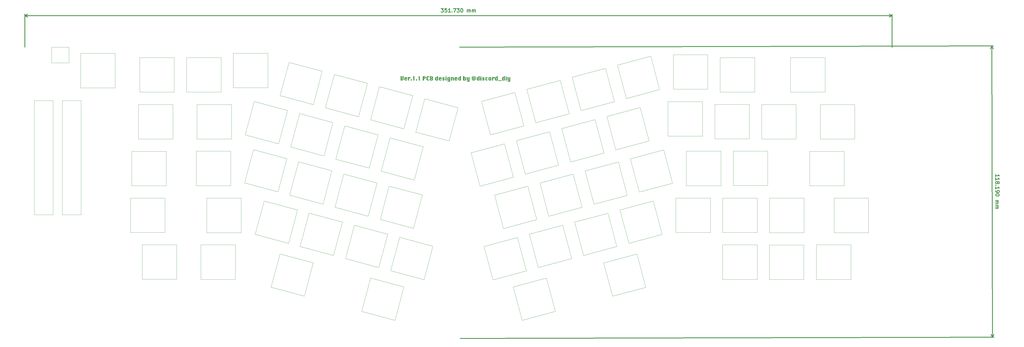
<source format=gbr>
G04 #@! TF.GenerationSoftware,KiCad,Pcbnew,(5.0.0-3-g5ebb6b6)*
G04 #@! TF.CreationDate,2019-09-26T15:54:15+09:00*
G04 #@! TF.ProjectId,dboard_alice15_ver.1,64626F6172645F616C69636531355F76,rev?*
G04 #@! TF.SameCoordinates,Original*
G04 #@! TF.FileFunction,Legend,Top*
G04 #@! TF.FilePolarity,Positive*
%FSLAX46Y46*%
G04 Gerber Fmt 4.6, Leading zero omitted, Abs format (unit mm)*
G04 Created by KiCad (PCBNEW (5.0.0-3-g5ebb6b6)) date 2019 September 26, Thursday 15:54:15*
%MOMM*%
%LPD*%
G01*
G04 APERTURE LIST*
%ADD10C,0.300000*%
%ADD11C,0.120000*%
%ADD12C,0.010000*%
%ADD13C,0.150000*%
G04 APERTURE END LIST*
D10*
X357274257Y78747502D02*
X357272516Y79604643D01*
X357273386Y79176072D02*
X358773383Y79179118D01*
X358558808Y79321540D01*
X358415661Y79464107D01*
X358343943Y79606818D01*
X357277158Y77318933D02*
X357275417Y78176074D01*
X357276287Y77747504D02*
X358776284Y77750550D01*
X358561709Y77892971D01*
X358418562Y78035538D01*
X358346843Y78178250D01*
X358136039Y76463533D02*
X358207178Y76606534D01*
X358278461Y76678108D01*
X358421173Y76749826D01*
X358492601Y76749972D01*
X358635603Y76678833D01*
X358707177Y76607550D01*
X358778895Y76464838D01*
X358779475Y76179124D01*
X358708337Y76036122D01*
X358637053Y75964549D01*
X358494342Y75892830D01*
X358422913Y75892685D01*
X358279911Y75963824D01*
X358208338Y76035107D01*
X358136619Y76177819D01*
X358136039Y76463533D01*
X358064321Y76606244D01*
X357992747Y76677528D01*
X357849745Y76748666D01*
X357564032Y76748086D01*
X357421320Y76676367D01*
X357350036Y76604794D01*
X357278898Y76461792D01*
X357279478Y76176078D01*
X357351197Y76033367D01*
X357422770Y75962083D01*
X357565772Y75890945D01*
X357851486Y75891525D01*
X357994198Y75963244D01*
X358065481Y76034817D01*
X358136619Y76177819D01*
X357424221Y75247799D02*
X357352937Y75176225D01*
X357281364Y75247509D01*
X357352647Y75319082D01*
X357424221Y75247799D01*
X357281364Y75247509D01*
X357284410Y73747512D02*
X357282669Y74604653D01*
X357283540Y74176082D02*
X358783536Y74179128D01*
X358568961Y74321550D01*
X358425814Y74464117D01*
X358354096Y74606829D01*
X357285860Y73033228D02*
X357286440Y72747514D01*
X357358159Y72604802D01*
X357429732Y72533519D01*
X357644308Y72391097D01*
X357930167Y72320249D01*
X358501594Y72321409D01*
X358644306Y72393128D01*
X358715589Y72464701D01*
X358786727Y72607703D01*
X358786147Y72893417D01*
X358714429Y73036129D01*
X358642855Y73107412D01*
X358499853Y73178550D01*
X358142711Y73177825D01*
X357999999Y73106107D01*
X357928716Y73034533D01*
X357857578Y72891531D01*
X357858158Y72605818D01*
X357929876Y72463106D01*
X358001450Y72391822D01*
X358144452Y72320684D01*
X358789193Y71393420D02*
X358789483Y71250563D01*
X358718345Y71107561D01*
X358647062Y71035988D01*
X358504350Y70964269D01*
X358218781Y70892261D01*
X357861639Y70891535D01*
X357575780Y70962384D01*
X357432778Y71033522D01*
X357361205Y71104805D01*
X357289486Y71247517D01*
X357289196Y71390374D01*
X357360335Y71533376D01*
X357431618Y71604949D01*
X357574330Y71676668D01*
X357859898Y71748676D01*
X358217041Y71749402D01*
X358502899Y71678553D01*
X358645901Y71607415D01*
X358717475Y71536132D01*
X358789193Y71393420D01*
X357293838Y69104664D02*
X358293836Y69106695D01*
X358150979Y69106405D02*
X358222552Y69035122D01*
X358294271Y68892410D01*
X358294706Y68678124D01*
X358223568Y68535123D01*
X358080856Y68463404D01*
X357295143Y68461809D01*
X358080856Y68463404D02*
X358223858Y68392266D01*
X358295576Y68249554D01*
X358296011Y68035269D01*
X358224873Y67892267D01*
X358082161Y67820548D01*
X357296449Y67818953D01*
X357297899Y67104668D02*
X358297897Y67106699D01*
X358155040Y67106409D02*
X358226614Y67035126D01*
X358298332Y66892414D01*
X358298767Y66678129D01*
X358227629Y66535127D01*
X358084917Y66463408D01*
X357299204Y66461813D01*
X358084917Y66463408D02*
X358227919Y66392270D01*
X358299637Y66249558D01*
X358300073Y66035273D01*
X358228934Y65892271D01*
X358086222Y65820552D01*
X357300510Y65818957D01*
X355985160Y13578200D02*
X355745160Y131768200D01*
X140190000Y13140000D02*
X356571580Y13579391D01*
X139950000Y131330000D02*
X356331580Y131769391D01*
X355745160Y131768200D02*
X356333867Y130642889D01*
X355745160Y131768200D02*
X355161028Y130640508D01*
X355985160Y13578200D02*
X356569292Y14705892D01*
X355985160Y13578200D02*
X355396453Y14703511D01*
X132396789Y146990946D02*
X133325360Y146990841D01*
X132825295Y146419469D01*
X133039581Y146419444D01*
X133182430Y146348000D01*
X133253851Y146276563D01*
X133325263Y146133698D01*
X133325222Y145776555D01*
X133253777Y145633706D01*
X133182341Y145562285D01*
X133039476Y145490873D01*
X132610904Y145490922D01*
X132468055Y145562367D01*
X132396635Y145633803D01*
X134682503Y146990686D02*
X133968218Y146990767D01*
X133896708Y146276490D01*
X133968144Y146347910D01*
X134111010Y146419323D01*
X134468153Y146419282D01*
X134611002Y146347837D01*
X134682422Y146276400D01*
X134753834Y146133535D01*
X134753794Y145776392D01*
X134682349Y145633543D01*
X134610912Y145562123D01*
X134468047Y145490711D01*
X134110904Y145490751D01*
X133968055Y145562196D01*
X133896635Y145633633D01*
X136182333Y145490516D02*
X135325190Y145490613D01*
X135753761Y145490564D02*
X135753932Y146990564D01*
X135611050Y146776295D01*
X135468177Y146633454D01*
X135325312Y146562042D01*
X136825206Y145633300D02*
X136896626Y145561863D01*
X136825190Y145490443D01*
X136753769Y145561879D01*
X136825206Y145633300D01*
X136825190Y145490443D01*
X137396789Y146990378D02*
X138396789Y146990264D01*
X137753761Y145490337D01*
X138825360Y146990215D02*
X139753932Y146990109D01*
X139253867Y146418738D01*
X139468153Y146418713D01*
X139611002Y146347269D01*
X139682422Y146275832D01*
X139753834Y146132967D01*
X139753794Y145775824D01*
X139682349Y145632975D01*
X139610912Y145561554D01*
X139468047Y145490142D01*
X139039475Y145490191D01*
X138896626Y145561636D01*
X138825206Y145633072D01*
X140682503Y146990004D02*
X140825360Y146989988D01*
X140968209Y146918543D01*
X141039630Y146847106D01*
X141111042Y146704241D01*
X141182438Y146418518D01*
X141182398Y146061376D01*
X141110937Y145775669D01*
X141039492Y145632820D01*
X140968055Y145561400D01*
X140825190Y145489988D01*
X140682333Y145490004D01*
X140539484Y145561449D01*
X140468063Y145632885D01*
X140396651Y145775751D01*
X140325255Y146061473D01*
X140325295Y146418616D01*
X140396756Y146704322D01*
X140468201Y146847171D01*
X140539638Y146918592D01*
X140682503Y146990004D01*
X142968047Y145489744D02*
X142968161Y146489744D01*
X142968144Y146346887D02*
X143039581Y146418307D01*
X143182446Y146489720D01*
X143396732Y146489695D01*
X143539581Y146418250D01*
X143610993Y146275385D01*
X143610904Y145489671D01*
X143610993Y146275385D02*
X143682438Y146418234D01*
X143825303Y146489646D01*
X144039589Y146489622D01*
X144182438Y146418177D01*
X144253851Y146275312D01*
X144253761Y145489598D01*
X144968047Y145489516D02*
X144968161Y146489516D01*
X144968144Y146346659D02*
X145039581Y146418080D01*
X145182446Y146489492D01*
X145396732Y146489468D01*
X145539581Y146418023D01*
X145610993Y146275158D01*
X145610904Y145489443D01*
X145610993Y146275158D02*
X145682438Y146418007D01*
X145825303Y146489419D01*
X146039589Y146489395D01*
X146182438Y146417950D01*
X146253850Y146275085D01*
X146253761Y145489370D01*
X-36468543Y144088722D02*
X315261457Y144048722D01*
X-36470000Y131280000D02*
X-36468477Y144675143D01*
X315260000Y131240000D02*
X315261523Y144635143D01*
X315261457Y144048722D02*
X314134887Y143462429D01*
X315261457Y144048722D02*
X314135020Y144635271D01*
X-36468543Y144088722D02*
X-35342106Y143502173D01*
X-36468543Y144088722D02*
X-35341973Y144675015D01*
D11*
G04 #@! TO.C,SW44*
X47050000Y89100000D02*
X33050000Y89100000D01*
X47050000Y75100000D02*
X47050000Y89100000D01*
X33050000Y75100000D02*
X47050000Y75100000D01*
X33050000Y89100000D02*
X33050000Y75100000D01*
G04 #@! TO.C,SW65*
X281790000Y89090000D02*
X281790000Y75090000D01*
X281790000Y75090000D02*
X295790000Y75090000D01*
X295790000Y75090000D02*
X295790000Y89090000D01*
X295790000Y89090000D02*
X281790000Y89090000D01*
G04 #@! TO.C,SW63*
X284550000Y51080000D02*
X284550000Y37080000D01*
X284550000Y37080000D02*
X298550000Y37080000D01*
X298550000Y37080000D02*
X298550000Y51080000D01*
X298550000Y51080000D02*
X284550000Y51080000D01*
G04 #@! TO.C,K?1*
X-18610000Y124920000D02*
X-18610000Y131270000D01*
X-18610000Y124920000D02*
X-25610000Y124920000D01*
X-25610000Y131270000D02*
X-25610000Y124920000D01*
X-18610000Y131270000D02*
X-25610000Y131270000D01*
G04 #@! TO.C,BC1*
X-13620000Y109610000D02*
X-13620000Y63280000D01*
X-21240000Y109610000D02*
X-13620000Y109610000D01*
X-21240000Y63280000D02*
X-21240000Y109610000D01*
X-13620000Y63280000D02*
X-21240000Y63280000D01*
G04 #@! TO.C,BC2*
X-32630000Y63325000D02*
X-32630000Y109655000D01*
X-25010000Y63325000D02*
X-32630000Y63325000D01*
X-25010000Y109655000D02*
X-25010000Y63325000D01*
X-32630000Y109655000D02*
X-25010000Y109655000D01*
G04 #@! TO.C,SW1*
X139233214Y106779747D02*
X125710253Y110403214D01*
X135609747Y93256786D02*
X139233214Y106779747D01*
X122086786Y96880253D02*
X135609747Y93256786D01*
X125710253Y110403214D02*
X122086786Y96880253D01*
G04 #@! TO.C,SW2*
X111610253Y94503214D02*
X107986786Y80980253D01*
X107986786Y80980253D02*
X121509747Y77356786D01*
X121509747Y77356786D02*
X125133214Y90879747D01*
X125133214Y90879747D02*
X111610253Y94503214D01*
G04 #@! TO.C,SW3*
X111250253Y74943214D02*
X107626786Y61420253D01*
X107626786Y61420253D02*
X121149747Y57796786D01*
X121149747Y57796786D02*
X124773214Y71319747D01*
X124773214Y71319747D02*
X111250253Y74943214D01*
G04 #@! TO.C,SW4*
X129043214Y50539747D02*
X115520253Y54163214D01*
X125419747Y37016786D02*
X129043214Y50539747D01*
X111896786Y40640253D02*
X125419747Y37016786D01*
X115520253Y54163214D02*
X111896786Y40640253D01*
G04 #@! TO.C,SW5*
X117273214Y33999747D02*
X103750253Y37623214D01*
X113649747Y20476786D02*
X117273214Y33999747D01*
X100126786Y24100253D02*
X113649747Y20476786D01*
X103750253Y37623214D02*
X100126786Y24100253D01*
G04 #@! TO.C,SW6*
X161576786Y34029747D02*
X165200253Y20506786D01*
X165200253Y20506786D02*
X178723214Y24130253D01*
X178723214Y24130253D02*
X175099747Y37653214D01*
X175099747Y37653214D02*
X161576786Y34029747D01*
G04 #@! TO.C,SW7*
X163299747Y54073214D02*
X149776786Y50449747D01*
X166923214Y40550253D02*
X163299747Y54073214D01*
X153400253Y36926786D02*
X166923214Y40550253D01*
X149776786Y50449747D02*
X153400253Y36926786D01*
G04 #@! TO.C,SW8*
X167559747Y74903214D02*
X154036786Y71279747D01*
X171183214Y61380253D02*
X167559747Y74903214D01*
X157660253Y57756786D02*
X171183214Y61380253D01*
X154036786Y71279747D02*
X157660253Y57756786D01*
G04 #@! TO.C,SW9*
X144506786Y88459747D02*
X148130253Y74936786D01*
X148130253Y74936786D02*
X161653214Y78560253D01*
X161653214Y78560253D02*
X158029747Y92083214D01*
X158029747Y92083214D02*
X144506786Y88459747D01*
G04 #@! TO.C,SW10*
X162269747Y112893214D02*
X148746786Y109269747D01*
X165893214Y99370253D02*
X162269747Y112893214D01*
X152370253Y95746786D02*
X165893214Y99370253D01*
X148746786Y109269747D02*
X152370253Y95746786D01*
G04 #@! TO.C,SW11*
X120883214Y111699747D02*
X107360253Y115323214D01*
X117259747Y98176786D02*
X120883214Y111699747D01*
X103736786Y101800253D02*
X117259747Y98176786D01*
X107360253Y115323214D02*
X103736786Y101800253D01*
G04 #@! TO.C,SW12*
X106803214Y95769747D02*
X93280253Y99393214D01*
X103179747Y82246786D02*
X106803214Y95769747D01*
X89656786Y85870253D02*
X103179747Y82246786D01*
X93280253Y99393214D02*
X89656786Y85870253D01*
G04 #@! TO.C,SW13*
X92880253Y79843214D02*
X89256786Y66320253D01*
X89256786Y66320253D02*
X102779747Y62696786D01*
X102779747Y62696786D02*
X106403214Y76219747D01*
X106403214Y76219747D02*
X92880253Y79843214D01*
G04 #@! TO.C,SW14*
X110723214Y55419747D02*
X97200253Y59043214D01*
X107099747Y41896786D02*
X110723214Y55419747D01*
X93576786Y45520253D02*
X107099747Y41896786D01*
X97200253Y59043214D02*
X93576786Y45520253D01*
G04 #@! TO.C,SW15*
X168156786Y55419747D02*
X171780253Y41896786D01*
X171780253Y41896786D02*
X185303214Y45520253D01*
X185303214Y45520253D02*
X181679747Y59043214D01*
X181679747Y59043214D02*
X168156786Y55419747D01*
G04 #@! TO.C,SW16*
X172406786Y76219747D02*
X176030253Y62696786D01*
X176030253Y62696786D02*
X189553214Y66320253D01*
X189553214Y66320253D02*
X185929747Y79843214D01*
X185929747Y79843214D02*
X172406786Y76219747D01*
G04 #@! TO.C,SW17*
X162846786Y93379747D02*
X166470253Y79856786D01*
X166470253Y79856786D02*
X179993214Y83480253D01*
X179993214Y83480253D02*
X176369747Y97003214D01*
X176369747Y97003214D02*
X162846786Y93379747D01*
G04 #@! TO.C,SW18*
X180639747Y117813214D02*
X167116786Y114189747D01*
X184263214Y104290253D02*
X180639747Y117813214D01*
X170740253Y100666786D02*
X184263214Y104290253D01*
X167116786Y114189747D02*
X170740253Y100666786D01*
G04 #@! TO.C,SW19*
X102523214Y116619747D02*
X89000253Y120243214D01*
X98899747Y103096786D02*
X102523214Y116619747D01*
X85376786Y106720253D02*
X98899747Y103096786D01*
X89000253Y120243214D02*
X85376786Y106720253D01*
G04 #@! TO.C,SW20*
X74960253Y104343214D02*
X71336786Y90820253D01*
X71336786Y90820253D02*
X84859747Y87196786D01*
X84859747Y87196786D02*
X88483214Y100719747D01*
X88483214Y100719747D02*
X74960253Y104343214D01*
G04 #@! TO.C,SW21*
X74540253Y84793214D02*
X70916786Y71270253D01*
X70916786Y71270253D02*
X84439747Y67646786D01*
X84439747Y67646786D02*
X88063214Y81169747D01*
X88063214Y81169747D02*
X74540253Y84793214D01*
G04 #@! TO.C,SW22*
X92333214Y60339747D02*
X78810253Y63963214D01*
X88709747Y46816786D02*
X92333214Y60339747D01*
X75186786Y50440253D02*
X88709747Y46816786D01*
X78810253Y63963214D02*
X75186786Y50440253D01*
G04 #@! TO.C,SW23*
X80523214Y43799747D02*
X67000253Y47423214D01*
X76899747Y30276786D02*
X80523214Y43799747D01*
X63376786Y33900253D02*
X76899747Y30276786D01*
X67000253Y47423214D02*
X63376786Y33900253D01*
G04 #@! TO.C,SW24*
X198256786Y43789747D02*
X201880253Y30266786D01*
X201880253Y30266786D02*
X215403214Y33890253D01*
X215403214Y33890253D02*
X211779747Y47413214D01*
X211779747Y47413214D02*
X198256786Y43789747D01*
G04 #@! TO.C,SW25*
X186476786Y60319747D02*
X190100253Y46796786D01*
X190100253Y46796786D02*
X203623214Y50420253D01*
X203623214Y50420253D02*
X199999747Y63943214D01*
X199999747Y63943214D02*
X186476786Y60319747D01*
G04 #@! TO.C,SW26*
X190716786Y81129747D02*
X194340253Y67606786D01*
X194340253Y67606786D02*
X207863214Y71230253D01*
X207863214Y71230253D02*
X204239747Y84753214D01*
X204239747Y84753214D02*
X190716786Y81129747D01*
G04 #@! TO.C,SW27*
X194769747Y101923214D02*
X181246786Y98299747D01*
X198393214Y88400253D02*
X194769747Y101923214D01*
X184870253Y84776786D02*
X198393214Y88400253D01*
X181246786Y98299747D02*
X184870253Y84776786D01*
G04 #@! TO.C,SW28*
X185486786Y119109747D02*
X189110253Y105586786D01*
X189110253Y105586786D02*
X202633214Y109210253D01*
X202633214Y109210253D02*
X199009747Y122733214D01*
X199009747Y122733214D02*
X185486786Y119109747D01*
G04 #@! TO.C,SW29*
X70650253Y125163214D02*
X67026786Y111640253D01*
X67026786Y111640253D02*
X80549747Y108016786D01*
X80549747Y108016786D02*
X84173214Y121539747D01*
X84173214Y121539747D02*
X70650253Y125163214D01*
G04 #@! TO.C,SW30*
X70053214Y105629747D02*
X56530253Y109253214D01*
X66429747Y92106786D02*
X70053214Y105629747D01*
X52906786Y95730253D02*
X66429747Y92106786D01*
X56530253Y109253214D02*
X52906786Y95730253D01*
G04 #@! TO.C,SW31*
X56280253Y89753214D02*
X52656786Y76230253D01*
X52656786Y76230253D02*
X66179747Y72606786D01*
X66179747Y72606786D02*
X69803214Y86129747D01*
X69803214Y86129747D02*
X56280253Y89753214D01*
G04 #@! TO.C,SW32*
X60590253Y68883214D02*
X56966786Y55360253D01*
X56966786Y55360253D02*
X70489747Y51736786D01*
X70489747Y51736786D02*
X74113214Y65259747D01*
X74113214Y65259747D02*
X60590253Y68883214D01*
G04 #@! TO.C,SW33*
X218379747Y68893214D02*
X204856786Y65269747D01*
X222003214Y55370253D02*
X218379747Y68893214D01*
X208480253Y51746786D02*
X222003214Y55370253D01*
X204856786Y65269747D02*
X208480253Y51746786D01*
G04 #@! TO.C,SW34*
X222619747Y89663214D02*
X209096786Y86039747D01*
X226243214Y76140253D02*
X222619747Y89663214D01*
X212720253Y72516786D02*
X226243214Y76140253D01*
X209096786Y86039747D02*
X212720253Y72516786D01*
G04 #@! TO.C,SW35*
X199576786Y103169747D02*
X203200253Y89646786D01*
X203200253Y89646786D02*
X216723214Y93270253D01*
X216723214Y93270253D02*
X213099747Y106793214D01*
X213099747Y106793214D02*
X199576786Y103169747D01*
G04 #@! TO.C,SW36*
X217359747Y127653214D02*
X203836786Y124029747D01*
X220983214Y114130253D02*
X217359747Y127653214D01*
X207460253Y110506786D02*
X220983214Y114130253D01*
X203836786Y124029747D02*
X207460253Y110506786D01*
G04 #@! TO.C,SW37*
X48090000Y128850000D02*
X48090000Y114850000D01*
X48090000Y114850000D02*
X62090000Y114850000D01*
X62090000Y114850000D02*
X62090000Y128850000D01*
X62090000Y128850000D02*
X48090000Y128850000D01*
G04 #@! TO.C,SW38*
X241580000Y70090000D02*
X227580000Y70090000D01*
X241580000Y56090000D02*
X241580000Y70090000D01*
X227580000Y56090000D02*
X241580000Y56090000D01*
X227580000Y70090000D02*
X227580000Y56090000D01*
G04 #@! TO.C,SW39*
X231810000Y89110000D02*
X231810000Y75110000D01*
X231810000Y75110000D02*
X245810000Y75110000D01*
X245810000Y75110000D02*
X245810000Y89110000D01*
X245810000Y89110000D02*
X231810000Y89110000D01*
G04 #@! TO.C,SW40*
X224360000Y109240000D02*
X224360000Y95240000D01*
X224360000Y95240000D02*
X238360000Y95240000D01*
X238360000Y95240000D02*
X238360000Y109240000D01*
X238360000Y109240000D02*
X224360000Y109240000D01*
G04 #@! TO.C,SW41*
X226540000Y128290000D02*
X226540000Y114290000D01*
X226540000Y114290000D02*
X240540000Y114290000D01*
X240540000Y114290000D02*
X240540000Y128290000D01*
X240540000Y128290000D02*
X226540000Y128290000D01*
G04 #@! TO.C,SW42*
X29140000Y127080000D02*
X29140000Y113080000D01*
X29140000Y113080000D02*
X43140000Y113080000D01*
X43140000Y113080000D02*
X43140000Y127080000D01*
X43140000Y127080000D02*
X29140000Y127080000D01*
G04 #@! TO.C,SW43*
X47360000Y108060000D02*
X33360000Y108060000D01*
X47360000Y94060000D02*
X47360000Y108060000D01*
X33360000Y94060000D02*
X47360000Y94060000D01*
X33360000Y108060000D02*
X33360000Y94060000D01*
G04 #@! TO.C,SW45*
X37310000Y70070000D02*
X37310000Y56070000D01*
X37310000Y56070000D02*
X51310000Y56070000D01*
X51310000Y56070000D02*
X51310000Y70070000D01*
X51310000Y70070000D02*
X37310000Y70070000D01*
G04 #@! TO.C,SW46*
X48930000Y51090000D02*
X34930000Y51090000D01*
X48930000Y37090000D02*
X48930000Y51090000D01*
X34930000Y37090000D02*
X48930000Y37090000D01*
X34930000Y51090000D02*
X34930000Y37090000D01*
G04 #@! TO.C,SW47*
X260540000Y51100000D02*
X246540000Y51100000D01*
X260540000Y37100000D02*
X260540000Y51100000D01*
X246540000Y37100000D02*
X260540000Y37100000D01*
X246540000Y51100000D02*
X246540000Y37100000D01*
G04 #@! TO.C,SW48*
X260540000Y70120000D02*
X246540000Y70120000D01*
X260540000Y56120000D02*
X260540000Y70120000D01*
X246540000Y56120000D02*
X260540000Y56120000D01*
X246540000Y70120000D02*
X246540000Y56120000D01*
G04 #@! TO.C,SW49*
X264840000Y89130000D02*
X250840000Y89130000D01*
X264840000Y75130000D02*
X264840000Y89130000D01*
X250840000Y75130000D02*
X264840000Y75130000D01*
X250840000Y89130000D02*
X250840000Y75130000D01*
G04 #@! TO.C,SW50*
X243370000Y108120000D02*
X243370000Y94120000D01*
X243370000Y94120000D02*
X257370000Y94120000D01*
X257370000Y94120000D02*
X257370000Y108120000D01*
X257370000Y108120000D02*
X243370000Y108120000D01*
G04 #@! TO.C,SW51*
X245520000Y127080000D02*
X245520000Y113080000D01*
X245520000Y113080000D02*
X259520000Y113080000D01*
X259520000Y113080000D02*
X259520000Y127080000D01*
X259520000Y127080000D02*
X245520000Y127080000D01*
G04 #@! TO.C,SW52*
X24140000Y127080000D02*
X10140000Y127080000D01*
X24140000Y113080000D02*
X24140000Y127080000D01*
X10140000Y113080000D02*
X24140000Y113080000D01*
X10140000Y127080000D02*
X10140000Y113080000D01*
G04 #@! TO.C,SW53*
X23620000Y108060000D02*
X9620000Y108060000D01*
X23620000Y94060000D02*
X23620000Y108060000D01*
X9620000Y94060000D02*
X23620000Y94060000D01*
X9620000Y108060000D02*
X9620000Y94060000D01*
G04 #@! TO.C,SW54*
X6910000Y89060000D02*
X6910000Y75060000D01*
X6910000Y75060000D02*
X20910000Y75060000D01*
X20910000Y75060000D02*
X20910000Y89060000D01*
X20910000Y89060000D02*
X6910000Y89060000D01*
G04 #@! TO.C,SW55*
X20410000Y70090000D02*
X6410000Y70090000D01*
X20410000Y56090000D02*
X20410000Y70090000D01*
X6410000Y56090000D02*
X20410000Y56090000D01*
X6410000Y70090000D02*
X6410000Y56090000D01*
G04 #@! TO.C,SW56*
X11140000Y51110000D02*
X11140000Y37110000D01*
X11140000Y37110000D02*
X25140000Y37110000D01*
X25140000Y37110000D02*
X25140000Y51110000D01*
X25140000Y51110000D02*
X11140000Y51110000D01*
G04 #@! TO.C,SW57*
X279480000Y51070000D02*
X265480000Y51070000D01*
X279480000Y37070000D02*
X279480000Y51070000D01*
X265480000Y37070000D02*
X279480000Y37070000D01*
X265480000Y51070000D02*
X265480000Y37070000D01*
G04 #@! TO.C,SW58*
X279570000Y70070000D02*
X265570000Y70070000D01*
X279570000Y56070000D02*
X279570000Y70070000D01*
X265570000Y56070000D02*
X279570000Y56070000D01*
X265570000Y70070000D02*
X265570000Y56070000D01*
G04 #@! TO.C,SW59*
X262350000Y108060000D02*
X262350000Y94060000D01*
X262350000Y94060000D02*
X276350000Y94060000D01*
X276350000Y94060000D02*
X276350000Y108060000D01*
X276350000Y108060000D02*
X262350000Y108060000D01*
G04 #@! TO.C,SW60*
X160000Y128810000D02*
X-13840000Y128810000D01*
X160000Y114810000D02*
X160000Y128810000D01*
X-13840000Y114810000D02*
X160000Y114810000D01*
X-13840000Y128810000D02*
X-13840000Y114810000D01*
G04 #@! TO.C,SW64*
X305730000Y70060000D02*
X291730000Y70060000D01*
X305730000Y56060000D02*
X305730000Y70060000D01*
X291730000Y56060000D02*
X305730000Y56060000D01*
X291730000Y70060000D02*
X291730000Y56060000D01*
G04 #@! TO.C,SW66*
X286140000Y108060000D02*
X286140000Y94060000D01*
X286140000Y94060000D02*
X300140000Y94060000D01*
X300140000Y94060000D02*
X300140000Y108060000D01*
X300140000Y108060000D02*
X286140000Y108060000D01*
G04 #@! TO.C,SW67*
X274070000Y127080000D02*
X274070000Y113080000D01*
X274070000Y113080000D02*
X288070000Y113080000D01*
X288070000Y113080000D02*
X288070000Y127080000D01*
X288070000Y127080000D02*
X274070000Y127080000D01*
D12*
G04 #@! TO.C,G\002A\002A\002A*
G36*
X164943333Y131627167D02*
X164922166Y131606000D01*
X164901000Y131627167D01*
X164922166Y131648333D01*
X164943333Y131627167D01*
X164943333Y131627167D01*
G37*
X164943333Y131627167D02*
X164922166Y131606000D01*
X164901000Y131627167D01*
X164922166Y131648333D01*
X164943333Y131627167D01*
G36*
X158860547Y119493127D02*
X158916841Y119470124D01*
X158931927Y119420082D01*
X158932000Y119414000D01*
X158919535Y119361090D01*
X158867779Y119336071D01*
X158755185Y119329366D01*
X158741500Y119329333D01*
X158622452Y119334873D01*
X158566158Y119357876D01*
X158551072Y119407918D01*
X158551000Y119414000D01*
X158563464Y119466910D01*
X158615220Y119491930D01*
X158727814Y119498635D01*
X158741500Y119498667D01*
X158860547Y119493127D01*
X158860547Y119493127D01*
G37*
X158860547Y119493127D02*
X158916841Y119470124D01*
X158931927Y119420082D01*
X158932000Y119414000D01*
X158919535Y119361090D01*
X158867779Y119336071D01*
X158755185Y119329366D01*
X158741500Y119329333D01*
X158622452Y119334873D01*
X158566158Y119357876D01*
X158551072Y119407918D01*
X158551000Y119414000D01*
X158563464Y119466910D01*
X158615220Y119491930D01*
X158727814Y119498635D01*
X158741500Y119498667D01*
X158860547Y119493127D01*
G36*
X148573547Y119493127D02*
X148629841Y119470124D01*
X148644927Y119420082D01*
X148645000Y119414000D01*
X148632535Y119361090D01*
X148580779Y119336071D01*
X148468185Y119329366D01*
X148454500Y119329333D01*
X148335452Y119334873D01*
X148279158Y119357876D01*
X148264072Y119407918D01*
X148264000Y119414000D01*
X148276464Y119466910D01*
X148328220Y119491930D01*
X148440814Y119498635D01*
X148454500Y119498667D01*
X148573547Y119493127D01*
X148573547Y119493127D01*
G37*
X148573547Y119493127D02*
X148629841Y119470124D01*
X148644927Y119420082D01*
X148645000Y119414000D01*
X148632535Y119361090D01*
X148580779Y119336071D01*
X148468185Y119329366D01*
X148454500Y119329333D01*
X148335452Y119334873D01*
X148279158Y119357876D01*
X148264072Y119407918D01*
X148264000Y119414000D01*
X148276464Y119466910D01*
X148328220Y119491930D01*
X148440814Y119498635D01*
X148454500Y119498667D01*
X148573547Y119493127D01*
G36*
X134476547Y119493127D02*
X134532841Y119470124D01*
X134547927Y119420082D01*
X134548000Y119414000D01*
X134535535Y119361090D01*
X134483779Y119336071D01*
X134371185Y119329366D01*
X134357500Y119329333D01*
X134238452Y119334873D01*
X134182158Y119357876D01*
X134167072Y119407918D01*
X134167000Y119414000D01*
X134179464Y119466910D01*
X134231220Y119491930D01*
X134343814Y119498635D01*
X134357500Y119498667D01*
X134476547Y119493127D01*
X134476547Y119493127D01*
G37*
X134476547Y119493127D02*
X134532841Y119470124D01*
X134547927Y119420082D01*
X134548000Y119414000D01*
X134535535Y119361090D01*
X134483779Y119336071D01*
X134371185Y119329366D01*
X134357500Y119329333D01*
X134238452Y119334873D01*
X134182158Y119357876D01*
X134167072Y119407918D01*
X134167000Y119414000D01*
X134179464Y119466910D01*
X134231220Y119491930D01*
X134343814Y119498635D01*
X134357500Y119498667D01*
X134476547Y119493127D01*
G36*
X158932000Y117847667D02*
X158551000Y117847667D01*
X158551000Y119117667D01*
X158932000Y119117667D01*
X158932000Y117847667D01*
X158932000Y117847667D01*
G37*
X158932000Y117847667D02*
X158551000Y117847667D01*
X158551000Y119117667D01*
X158932000Y119117667D01*
X158932000Y117847667D01*
G36*
X158170000Y117847667D02*
X158000666Y117847667D01*
X157894634Y117857385D01*
X157835654Y117881663D01*
X157831333Y117891490D01*
X157805419Y117913690D01*
X157749449Y117891490D01*
X157611884Y117853928D01*
X157444722Y117856046D01*
X157292614Y117896836D01*
X157281834Y117902042D01*
X157183642Y117971614D01*
X157119909Y118072018D01*
X157085742Y118218458D01*
X157076253Y118426138D01*
X157078423Y118534454D01*
X157078780Y118539801D01*
X157450194Y118539801D01*
X157451724Y118370013D01*
X157462509Y118217017D01*
X157482549Y118106049D01*
X157501133Y118067800D01*
X157601185Y118020176D01*
X157713095Y118044373D01*
X157764809Y118083524D01*
X157798422Y118139168D01*
X157819157Y118235141D01*
X157829300Y118387451D01*
X157831333Y118549191D01*
X157831333Y118948333D01*
X157691633Y118948333D01*
X157579456Y118933784D01*
X157502302Y118898668D01*
X157501133Y118897533D01*
X157474898Y118828798D01*
X157457919Y118701141D01*
X157450194Y118539801D01*
X157078780Y118539801D01*
X157093590Y118761200D01*
X157129316Y118917632D01*
X157197090Y119017612D01*
X157308399Y119075004D01*
X157474730Y119103672D01*
X157555279Y119109952D01*
X157831333Y119127530D01*
X157831333Y119498667D01*
X158170000Y119498667D01*
X158170000Y117847667D01*
X158170000Y117847667D01*
G37*
X158170000Y117847667D02*
X158000666Y117847667D01*
X157894634Y117857385D01*
X157835654Y117881663D01*
X157831333Y117891490D01*
X157805419Y117913690D01*
X157749449Y117891490D01*
X157611884Y117853928D01*
X157444722Y117856046D01*
X157292614Y117896836D01*
X157281834Y117902042D01*
X157183642Y117971614D01*
X157119909Y118072018D01*
X157085742Y118218458D01*
X157076253Y118426138D01*
X157078423Y118534454D01*
X157078780Y118539801D01*
X157450194Y118539801D01*
X157451724Y118370013D01*
X157462509Y118217017D01*
X157482549Y118106049D01*
X157501133Y118067800D01*
X157601185Y118020176D01*
X157713095Y118044373D01*
X157764809Y118083524D01*
X157798422Y118139168D01*
X157819157Y118235141D01*
X157829300Y118387451D01*
X157831333Y118549191D01*
X157831333Y118948333D01*
X157691633Y118948333D01*
X157579456Y118933784D01*
X157502302Y118898668D01*
X157501133Y118897533D01*
X157474898Y118828798D01*
X157457919Y118701141D01*
X157450194Y118539801D01*
X157078780Y118539801D01*
X157093590Y118761200D01*
X157129316Y118917632D01*
X157197090Y119017612D01*
X157308399Y119075004D01*
X157474730Y119103672D01*
X157555279Y119109952D01*
X157831333Y119127530D01*
X157831333Y119498667D01*
X158170000Y119498667D01*
X158170000Y117847667D01*
G36*
X155249000Y117847667D02*
X155079666Y117847667D01*
X154973634Y117857385D01*
X154914654Y117881663D01*
X154910333Y117891490D01*
X154884419Y117913690D01*
X154828449Y117891490D01*
X154690884Y117853928D01*
X154523722Y117856046D01*
X154371614Y117896836D01*
X154360834Y117902042D01*
X154262642Y117971614D01*
X154198909Y118072018D01*
X154164742Y118218458D01*
X154155253Y118426138D01*
X154157423Y118534454D01*
X154157780Y118539801D01*
X154529194Y118539801D01*
X154530724Y118370013D01*
X154541509Y118217017D01*
X154561549Y118106049D01*
X154580133Y118067800D01*
X154680185Y118020176D01*
X154792095Y118044373D01*
X154843809Y118083524D01*
X154877422Y118139168D01*
X154898157Y118235141D01*
X154908300Y118387451D01*
X154910333Y118549191D01*
X154910333Y118948333D01*
X154770633Y118948333D01*
X154658456Y118933784D01*
X154581302Y118898668D01*
X154580133Y118897533D01*
X154553898Y118828798D01*
X154536919Y118701141D01*
X154529194Y118539801D01*
X154157780Y118539801D01*
X154172590Y118761200D01*
X154208316Y118917632D01*
X154276090Y119017612D01*
X154387399Y119075004D01*
X154553730Y119103672D01*
X154634279Y119109952D01*
X154910333Y119127530D01*
X154910333Y119498667D01*
X155249000Y119498667D01*
X155249000Y117847667D01*
X155249000Y117847667D01*
G37*
X155249000Y117847667D02*
X155079666Y117847667D01*
X154973634Y117857385D01*
X154914654Y117881663D01*
X154910333Y117891490D01*
X154884419Y117913690D01*
X154828449Y117891490D01*
X154690884Y117853928D01*
X154523722Y117856046D01*
X154371614Y117896836D01*
X154360834Y117902042D01*
X154262642Y117971614D01*
X154198909Y118072018D01*
X154164742Y118218458D01*
X154155253Y118426138D01*
X154157423Y118534454D01*
X154157780Y118539801D01*
X154529194Y118539801D01*
X154530724Y118370013D01*
X154541509Y118217017D01*
X154561549Y118106049D01*
X154580133Y118067800D01*
X154680185Y118020176D01*
X154792095Y118044373D01*
X154843809Y118083524D01*
X154877422Y118139168D01*
X154898157Y118235141D01*
X154908300Y118387451D01*
X154910333Y118549191D01*
X154910333Y118948333D01*
X154770633Y118948333D01*
X154658456Y118933784D01*
X154581302Y118898668D01*
X154580133Y118897533D01*
X154553898Y118828798D01*
X154536919Y118701141D01*
X154529194Y118539801D01*
X154157780Y118539801D01*
X154172590Y118761200D01*
X154208316Y118917632D01*
X154276090Y119017612D01*
X154387399Y119075004D01*
X154553730Y119103672D01*
X154634279Y119109952D01*
X154910333Y119127530D01*
X154910333Y119498667D01*
X155249000Y119498667D01*
X155249000Y117847667D01*
G36*
X153431350Y119001250D02*
X153435934Y118906696D01*
X153448232Y118888634D01*
X153470643Y118933221D01*
X153562944Y119057705D01*
X153707735Y119138421D01*
X153840252Y119160000D01*
X153925519Y119155362D01*
X153965897Y119126094D01*
X153978160Y119049170D01*
X153979000Y118969500D01*
X153979000Y118779000D01*
X153754633Y118779000D01*
X153617952Y118769923D01*
X153513453Y118746699D01*
X153479466Y118728200D01*
X153452492Y118655668D01*
X153435318Y118506017D01*
X153428716Y118286311D01*
X153428666Y118262533D01*
X153428666Y117847667D01*
X153047666Y117847667D01*
X153047666Y119160000D01*
X153428666Y119160000D01*
X153431350Y119001250D01*
X153431350Y119001250D01*
G37*
X153431350Y119001250D02*
X153435934Y118906696D01*
X153448232Y118888634D01*
X153470643Y118933221D01*
X153562944Y119057705D01*
X153707735Y119138421D01*
X153840252Y119160000D01*
X153925519Y119155362D01*
X153965897Y119126094D01*
X153978160Y119049170D01*
X153979000Y118969500D01*
X153979000Y118779000D01*
X153754633Y118779000D01*
X153617952Y118769923D01*
X153513453Y118746699D01*
X153479466Y118728200D01*
X153452492Y118655668D01*
X153435318Y118506017D01*
X153428716Y118286311D01*
X153428666Y118262533D01*
X153428666Y117847667D01*
X153047666Y117847667D01*
X153047666Y119160000D01*
X153428666Y119160000D01*
X153431350Y119001250D01*
G36*
X152402531Y119093181D02*
X152517608Y119038521D01*
X152580828Y118982172D01*
X152621747Y118927177D01*
X152647216Y118855877D01*
X152660588Y118748567D01*
X152665212Y118585543D01*
X152665320Y118485268D01*
X152660428Y118268898D01*
X152643494Y118119234D01*
X152608579Y118018533D01*
X152549744Y117949054D01*
X152468366Y117896915D01*
X152355687Y117864892D01*
X152194456Y117850693D01*
X152018838Y117854062D01*
X151862994Y117874747D01*
X151778500Y117902042D01*
X151680309Y117971614D01*
X151616575Y118072018D01*
X151582409Y118218458D01*
X151572920Y118426138D01*
X151574051Y118482667D01*
X151947000Y118482667D01*
X151952947Y118272592D01*
X151973945Y118133939D01*
X152014728Y118054095D01*
X152080030Y118020446D01*
X152121776Y118017000D01*
X152210065Y118045406D01*
X152261476Y118083524D01*
X152298853Y118148818D01*
X152320070Y118262785D01*
X152327825Y118441625D01*
X152328000Y118482667D01*
X152318003Y118698081D01*
X152285074Y118840830D01*
X152224808Y118920861D01*
X152132799Y118948126D01*
X152121776Y118948333D01*
X152042929Y118932488D01*
X151990889Y118876541D01*
X151960922Y118767881D01*
X151948293Y118593893D01*
X151947000Y118482667D01*
X151574051Y118482667D01*
X151575089Y118534454D01*
X151590533Y118761175D01*
X151626724Y118917656D01*
X151694590Y119017754D01*
X151805061Y119075324D01*
X151969068Y119104224D01*
X152028479Y119109240D01*
X152246168Y119115217D01*
X152402531Y119093181D01*
X152402531Y119093181D01*
G37*
X152402531Y119093181D02*
X152517608Y119038521D01*
X152580828Y118982172D01*
X152621747Y118927177D01*
X152647216Y118855877D01*
X152660588Y118748567D01*
X152665212Y118585543D01*
X152665320Y118485268D01*
X152660428Y118268898D01*
X152643494Y118119234D01*
X152608579Y118018533D01*
X152549744Y117949054D01*
X152468366Y117896915D01*
X152355687Y117864892D01*
X152194456Y117850693D01*
X152018838Y117854062D01*
X151862994Y117874747D01*
X151778500Y117902042D01*
X151680309Y117971614D01*
X151616575Y118072018D01*
X151582409Y118218458D01*
X151572920Y118426138D01*
X151574051Y118482667D01*
X151947000Y118482667D01*
X151952947Y118272592D01*
X151973945Y118133939D01*
X152014728Y118054095D01*
X152080030Y118020446D01*
X152121776Y118017000D01*
X152210065Y118045406D01*
X152261476Y118083524D01*
X152298853Y118148818D01*
X152320070Y118262785D01*
X152327825Y118441625D01*
X152328000Y118482667D01*
X152318003Y118698081D01*
X152285074Y118840830D01*
X152224808Y118920861D01*
X152132799Y118948126D01*
X152121776Y118948333D01*
X152042929Y118932488D01*
X151990889Y118876541D01*
X151960922Y118767881D01*
X151948293Y118593893D01*
X151947000Y118482667D01*
X151574051Y118482667D01*
X151575089Y118534454D01*
X151590533Y118761175D01*
X151626724Y118917656D01*
X151694590Y119017754D01*
X151805061Y119075324D01*
X151969068Y119104224D01*
X152028479Y119109240D01*
X152246168Y119115217D01*
X152402531Y119093181D01*
G36*
X151035930Y119069447D02*
X151149135Y118973261D01*
X151163727Y118948537D01*
X151208061Y118850159D01*
X151227308Y118782384D01*
X151227333Y118781102D01*
X151198351Y118740016D01*
X151133882Y118740604D01*
X151067644Y118775763D01*
X151036864Y118821235D01*
X150978267Y118894909D01*
X150900425Y118933311D01*
X150802776Y118936555D01*
X150735822Y118883663D01*
X150695658Y118766760D01*
X150678379Y118577970D01*
X150677000Y118482667D01*
X150686375Y118263557D01*
X150717106Y118119421D01*
X150773096Y118042382D01*
X150858251Y118024566D01*
X150900425Y118032023D01*
X150992829Y118082386D01*
X151036864Y118144099D01*
X151081898Y118200781D01*
X151150787Y118228292D01*
X151209814Y118219526D01*
X151227333Y118184231D01*
X151197975Y118079526D01*
X151127155Y117969345D01*
X151040747Y117889996D01*
X151006778Y117874792D01*
X150830232Y117850353D01*
X150648386Y117860960D01*
X150508500Y117902042D01*
X150410309Y117971614D01*
X150346575Y118072018D01*
X150312409Y118218458D01*
X150302920Y118426138D01*
X150305089Y118534454D01*
X150321369Y118759773D01*
X150358568Y118915576D01*
X150425210Y119016101D01*
X150529816Y119075587D01*
X150645415Y119103010D01*
X150864832Y119113648D01*
X151035930Y119069447D01*
X151035930Y119069447D01*
G37*
X151035930Y119069447D02*
X151149135Y118973261D01*
X151163727Y118948537D01*
X151208061Y118850159D01*
X151227308Y118782384D01*
X151227333Y118781102D01*
X151198351Y118740016D01*
X151133882Y118740604D01*
X151067644Y118775763D01*
X151036864Y118821235D01*
X150978267Y118894909D01*
X150900425Y118933311D01*
X150802776Y118936555D01*
X150735822Y118883663D01*
X150695658Y118766760D01*
X150678379Y118577970D01*
X150677000Y118482667D01*
X150686375Y118263557D01*
X150717106Y118119421D01*
X150773096Y118042382D01*
X150858251Y118024566D01*
X150900425Y118032023D01*
X150992829Y118082386D01*
X151036864Y118144099D01*
X151081898Y118200781D01*
X151150787Y118228292D01*
X151209814Y118219526D01*
X151227333Y118184231D01*
X151197975Y118079526D01*
X151127155Y117969345D01*
X151040747Y117889996D01*
X151006778Y117874792D01*
X150830232Y117850353D01*
X150648386Y117860960D01*
X150508500Y117902042D01*
X150410309Y117971614D01*
X150346575Y118072018D01*
X150312409Y118218458D01*
X150302920Y118426138D01*
X150305089Y118534454D01*
X150321369Y118759773D01*
X150358568Y118915576D01*
X150425210Y119016101D01*
X150529816Y119075587D01*
X150645415Y119103010D01*
X150864832Y119113648D01*
X151035930Y119069447D01*
G36*
X149679695Y119099757D02*
X149810178Y119039141D01*
X149911084Y118928210D01*
X149956777Y118796387D01*
X149957333Y118781102D01*
X149930075Y118737926D01*
X149867203Y118741682D01*
X149797069Y118783837D01*
X149753369Y118842500D01*
X149674972Y118929818D01*
X149554701Y118944900D01*
X149473962Y118922638D01*
X149409370Y118868350D01*
X149420473Y118788936D01*
X149504263Y118690489D01*
X149637140Y118592049D01*
X149825569Y118450475D01*
X149931815Y118316846D01*
X149957396Y118186363D01*
X149903832Y118054228D01*
X149833589Y117971410D01*
X149738075Y117891938D01*
X149637542Y117856673D01*
X149505506Y117850350D01*
X149363478Y117859420D01*
X149244330Y117879148D01*
X149211216Y117889359D01*
X149135451Y117952965D01*
X149075528Y118057052D01*
X149073633Y118062326D01*
X149038056Y118167853D01*
X149034779Y118215561D01*
X149070419Y118228307D01*
X149121794Y118228667D01*
X149218827Y118190364D01*
X149259378Y118133417D01*
X149325083Y118057883D01*
X149428166Y118038167D01*
X149519033Y118049659D01*
X149552232Y118098062D01*
X149555166Y118142314D01*
X149521756Y118241657D01*
X149414789Y118335739D01*
X149407000Y118340757D01*
X149240911Y118450827D01*
X149135691Y118535531D01*
X149078022Y118610302D01*
X149054585Y118690575D01*
X149051400Y118752839D01*
X149087769Y118913012D01*
X149190263Y119030485D01*
X149348961Y119099781D01*
X149553939Y119115421D01*
X149679695Y119099757D01*
X149679695Y119099757D01*
G37*
X149679695Y119099757D02*
X149810178Y119039141D01*
X149911084Y118928210D01*
X149956777Y118796387D01*
X149957333Y118781102D01*
X149930075Y118737926D01*
X149867203Y118741682D01*
X149797069Y118783837D01*
X149753369Y118842500D01*
X149674972Y118929818D01*
X149554701Y118944900D01*
X149473962Y118922638D01*
X149409370Y118868350D01*
X149420473Y118788936D01*
X149504263Y118690489D01*
X149637140Y118592049D01*
X149825569Y118450475D01*
X149931815Y118316846D01*
X149957396Y118186363D01*
X149903832Y118054228D01*
X149833589Y117971410D01*
X149738075Y117891938D01*
X149637542Y117856673D01*
X149505506Y117850350D01*
X149363478Y117859420D01*
X149244330Y117879148D01*
X149211216Y117889359D01*
X149135451Y117952965D01*
X149075528Y118057052D01*
X149073633Y118062326D01*
X149038056Y118167853D01*
X149034779Y118215561D01*
X149070419Y118228307D01*
X149121794Y118228667D01*
X149218827Y118190364D01*
X149259378Y118133417D01*
X149325083Y118057883D01*
X149428166Y118038167D01*
X149519033Y118049659D01*
X149552232Y118098062D01*
X149555166Y118142314D01*
X149521756Y118241657D01*
X149414789Y118335739D01*
X149407000Y118340757D01*
X149240911Y118450827D01*
X149135691Y118535531D01*
X149078022Y118610302D01*
X149054585Y118690575D01*
X149051400Y118752839D01*
X149087769Y118913012D01*
X149190263Y119030485D01*
X149348961Y119099781D01*
X149553939Y119115421D01*
X149679695Y119099757D01*
G36*
X148645000Y117847667D02*
X148264000Y117847667D01*
X148264000Y119117667D01*
X148645000Y119117667D01*
X148645000Y117847667D01*
X148645000Y117847667D01*
G37*
X148645000Y117847667D02*
X148264000Y117847667D01*
X148264000Y119117667D01*
X148645000Y119117667D01*
X148645000Y117847667D01*
G36*
X147925333Y117847667D02*
X147756000Y117847667D01*
X147649967Y117857385D01*
X147590987Y117881663D01*
X147586666Y117891490D01*
X147560752Y117913690D01*
X147504783Y117891490D01*
X147367218Y117853928D01*
X147200055Y117856046D01*
X147047947Y117896836D01*
X147037167Y117902042D01*
X146938976Y117971614D01*
X146875242Y118072018D01*
X146841076Y118218458D01*
X146831586Y118426138D01*
X146832718Y118482667D01*
X147205666Y118482667D01*
X147211614Y118272592D01*
X147232612Y118133939D01*
X147273395Y118054095D01*
X147338697Y118020446D01*
X147380442Y118017000D01*
X147468731Y118045406D01*
X147520142Y118083524D01*
X147553756Y118139168D01*
X147574490Y118235141D01*
X147584634Y118387451D01*
X147586666Y118549191D01*
X147586666Y118948333D01*
X147446966Y118948333D01*
X147340515Y118938940D01*
X147270466Y118901358D01*
X147229513Y118821488D01*
X147210349Y118685228D01*
X147205666Y118482667D01*
X146832718Y118482667D01*
X146833756Y118534454D01*
X146848923Y118761200D01*
X146884650Y118917632D01*
X146952423Y119017612D01*
X147063732Y119075004D01*
X147230063Y119103672D01*
X147310613Y119109952D01*
X147586666Y119127530D01*
X147586666Y119498667D01*
X147925333Y119498667D01*
X147925333Y117847667D01*
X147925333Y117847667D01*
G37*
X147925333Y117847667D02*
X147756000Y117847667D01*
X147649967Y117857385D01*
X147590987Y117881663D01*
X147586666Y117891490D01*
X147560752Y117913690D01*
X147504783Y117891490D01*
X147367218Y117853928D01*
X147200055Y117856046D01*
X147047947Y117896836D01*
X147037167Y117902042D01*
X146938976Y117971614D01*
X146875242Y118072018D01*
X146841076Y118218458D01*
X146831586Y118426138D01*
X146832718Y118482667D01*
X147205666Y118482667D01*
X147211614Y118272592D01*
X147232612Y118133939D01*
X147273395Y118054095D01*
X147338697Y118020446D01*
X147380442Y118017000D01*
X147468731Y118045406D01*
X147520142Y118083524D01*
X147553756Y118139168D01*
X147574490Y118235141D01*
X147584634Y118387451D01*
X147586666Y118549191D01*
X147586666Y118948333D01*
X147446966Y118948333D01*
X147340515Y118938940D01*
X147270466Y118901358D01*
X147229513Y118821488D01*
X147210349Y118685228D01*
X147205666Y118482667D01*
X146832718Y118482667D01*
X146833756Y118534454D01*
X146848923Y118761200D01*
X146884650Y118917632D01*
X146952423Y119017612D01*
X147063732Y119075004D01*
X147230063Y119103672D01*
X147310613Y119109952D01*
X147586666Y119127530D01*
X147586666Y119498667D01*
X147925333Y119498667D01*
X147925333Y117847667D01*
G36*
X145829685Y119475171D02*
X145964791Y119465543D01*
X146059321Y119444654D01*
X146135288Y119408541D01*
X146179722Y119378913D01*
X146288667Y119281302D01*
X146373408Y119172131D01*
X146380805Y119158765D01*
X146412286Y119055740D01*
X146433354Y118904351D01*
X146443675Y118728937D01*
X146442916Y118553838D01*
X146430743Y118403393D01*
X146406821Y118301940D01*
X146392866Y118279467D01*
X146324154Y118251773D01*
X146197998Y118233530D01*
X146077470Y118228667D01*
X145918520Y118234544D01*
X145824400Y118255170D01*
X145775895Y118295034D01*
X145773058Y118299812D01*
X145737306Y118347682D01*
X145696402Y118332447D01*
X145662097Y118299812D01*
X145550711Y118235660D01*
X145427666Y118254915D01*
X145297410Y118352410D01*
X145215163Y118453365D01*
X145179626Y118562598D01*
X145173666Y118673167D01*
X145343000Y118673167D01*
X145370358Y118537131D01*
X145440250Y118441050D01*
X145534400Y118397340D01*
X145634532Y118418420D01*
X145673200Y118448800D01*
X145702091Y118517781D01*
X145720493Y118638755D01*
X145724000Y118723967D01*
X145721556Y118854006D01*
X145706409Y118920601D01*
X145666835Y118944969D01*
X145600023Y118948333D01*
X145458493Y118914618D01*
X145371001Y118817442D01*
X145343000Y118673167D01*
X145173666Y118673167D01*
X145185417Y118815863D01*
X145231705Y118918730D01*
X145297410Y118993923D01*
X145384125Y119068138D01*
X145473953Y119105180D01*
X145601924Y119117153D01*
X145655531Y119117667D01*
X145889909Y119117667D01*
X145902204Y118768417D01*
X145914500Y118419167D01*
X146253166Y118419167D01*
X146265651Y118728415D01*
X146270216Y118889734D01*
X146262568Y118993449D01*
X146234810Y119066515D01*
X146179043Y119135885D01*
X146132301Y119183498D01*
X146056469Y119255424D01*
X145989934Y119298695D01*
X145908107Y119320587D01*
X145786401Y119328373D01*
X145639333Y119329333D01*
X145466372Y119327661D01*
X145353546Y119317853D01*
X145276328Y119292718D01*
X145210190Y119245069D01*
X145148266Y119185400D01*
X145079023Y119112664D01*
X145036545Y119048558D01*
X145014295Y118969817D01*
X145005737Y118853177D01*
X145004333Y118675374D01*
X145004333Y118673167D01*
X145005698Y118494620D01*
X145014150Y118377474D01*
X145036227Y118298464D01*
X145078466Y118234327D01*
X145147404Y118161796D01*
X145148266Y118160933D01*
X145217382Y118094519D01*
X145278017Y118052515D01*
X145351552Y118029329D01*
X145459371Y118019371D01*
X145622857Y118017045D01*
X145698600Y118017000D01*
X145886680Y118015746D01*
X146005734Y118009815D01*
X146071386Y117995949D01*
X146099265Y117970895D01*
X146105000Y117932333D01*
X146098865Y117892586D01*
X146069853Y117867796D01*
X146002052Y117854592D01*
X145879551Y117849600D01*
X145713416Y117849324D01*
X145504131Y117856715D01*
X145326708Y117875245D01*
X145205487Y117902210D01*
X145192734Y117907213D01*
X145007418Y118031493D01*
X144879390Y118216791D01*
X144809508Y118461009D01*
X144798627Y118762047D01*
X144806142Y118855001D01*
X144854013Y119077737D01*
X144954761Y119251586D01*
X145105439Y119390218D01*
X145174164Y119432160D01*
X145257509Y119458338D01*
X145376295Y119472202D01*
X145551341Y119477204D01*
X145631990Y119477500D01*
X145829685Y119475171D01*
X145829685Y119475171D01*
G37*
X145829685Y119475171D02*
X145964791Y119465543D01*
X146059321Y119444654D01*
X146135288Y119408541D01*
X146179722Y119378913D01*
X146288667Y119281302D01*
X146373408Y119172131D01*
X146380805Y119158765D01*
X146412286Y119055740D01*
X146433354Y118904351D01*
X146443675Y118728937D01*
X146442916Y118553838D01*
X146430743Y118403393D01*
X146406821Y118301940D01*
X146392866Y118279467D01*
X146324154Y118251773D01*
X146197998Y118233530D01*
X146077470Y118228667D01*
X145918520Y118234544D01*
X145824400Y118255170D01*
X145775895Y118295034D01*
X145773058Y118299812D01*
X145737306Y118347682D01*
X145696402Y118332447D01*
X145662097Y118299812D01*
X145550711Y118235660D01*
X145427666Y118254915D01*
X145297410Y118352410D01*
X145215163Y118453365D01*
X145179626Y118562598D01*
X145173666Y118673167D01*
X145343000Y118673167D01*
X145370358Y118537131D01*
X145440250Y118441050D01*
X145534400Y118397340D01*
X145634532Y118418420D01*
X145673200Y118448800D01*
X145702091Y118517781D01*
X145720493Y118638755D01*
X145724000Y118723967D01*
X145721556Y118854006D01*
X145706409Y118920601D01*
X145666835Y118944969D01*
X145600023Y118948333D01*
X145458493Y118914618D01*
X145371001Y118817442D01*
X145343000Y118673167D01*
X145173666Y118673167D01*
X145185417Y118815863D01*
X145231705Y118918730D01*
X145297410Y118993923D01*
X145384125Y119068138D01*
X145473953Y119105180D01*
X145601924Y119117153D01*
X145655531Y119117667D01*
X145889909Y119117667D01*
X145902204Y118768417D01*
X145914500Y118419167D01*
X146253166Y118419167D01*
X146265651Y118728415D01*
X146270216Y118889734D01*
X146262568Y118993449D01*
X146234810Y119066515D01*
X146179043Y119135885D01*
X146132301Y119183498D01*
X146056469Y119255424D01*
X145989934Y119298695D01*
X145908107Y119320587D01*
X145786401Y119328373D01*
X145639333Y119329333D01*
X145466372Y119327661D01*
X145353546Y119317853D01*
X145276328Y119292718D01*
X145210190Y119245069D01*
X145148266Y119185400D01*
X145079023Y119112664D01*
X145036545Y119048558D01*
X145014295Y118969817D01*
X145005737Y118853177D01*
X145004333Y118675374D01*
X145004333Y118673167D01*
X145005698Y118494620D01*
X145014150Y118377474D01*
X145036227Y118298464D01*
X145078466Y118234327D01*
X145147404Y118161796D01*
X145148266Y118160933D01*
X145217382Y118094519D01*
X145278017Y118052515D01*
X145351552Y118029329D01*
X145459371Y118019371D01*
X145622857Y118017045D01*
X145698600Y118017000D01*
X145886680Y118015746D01*
X146005734Y118009815D01*
X146071386Y117995949D01*
X146099265Y117970895D01*
X146105000Y117932333D01*
X146098865Y117892586D01*
X146069853Y117867796D01*
X146002052Y117854592D01*
X145879551Y117849600D01*
X145713416Y117849324D01*
X145504131Y117856715D01*
X145326708Y117875245D01*
X145205487Y117902210D01*
X145192734Y117907213D01*
X145007418Y118031493D01*
X144879390Y118216791D01*
X144809508Y118461009D01*
X144798627Y118762047D01*
X144806142Y118855001D01*
X144854013Y119077737D01*
X144954761Y119251586D01*
X145105439Y119390218D01*
X145174164Y119432160D01*
X145257509Y119458338D01*
X145376295Y119472202D01*
X145551341Y119477204D01*
X145631990Y119477500D01*
X145829685Y119475171D01*
G36*
X141703620Y119234083D02*
X141707525Y119093207D01*
X141718808Y119028239D01*
X141739472Y119030593D01*
X141748057Y119043583D01*
X141820170Y119093947D01*
X141941897Y119117110D01*
X142082144Y119111451D01*
X142209812Y119075346D01*
X142223699Y119068419D01*
X142310381Y119011905D01*
X142367331Y118940769D01*
X142400499Y118837195D01*
X142415834Y118683367D01*
X142419307Y118482667D01*
X142412469Y118246898D01*
X142384120Y118077503D01*
X142322502Y117963709D01*
X142215862Y117894746D01*
X142052442Y117859842D01*
X141820489Y117848226D01*
X141726283Y117847667D01*
X141321333Y117847667D01*
X141321333Y118431867D01*
X141702333Y118431867D01*
X141702333Y118017000D01*
X141826309Y118017000D01*
X141940286Y118039023D01*
X142016809Y118083524D01*
X142054187Y118148818D01*
X142075403Y118262785D01*
X142083158Y118441625D01*
X142083333Y118482667D01*
X142073336Y118698081D01*
X142040408Y118840830D01*
X141980142Y118920861D01*
X141888132Y118948126D01*
X141877109Y118948333D01*
X141802145Y118934823D01*
X141751452Y118885896D01*
X141720768Y118788960D01*
X141705833Y118631422D01*
X141702333Y118431867D01*
X141321333Y118431867D01*
X141321333Y119498667D01*
X141702333Y119498667D01*
X141703620Y119234083D01*
X141703620Y119234083D01*
G37*
X141703620Y119234083D02*
X141707525Y119093207D01*
X141718808Y119028239D01*
X141739472Y119030593D01*
X141748057Y119043583D01*
X141820170Y119093947D01*
X141941897Y119117110D01*
X142082144Y119111451D01*
X142209812Y119075346D01*
X142223699Y119068419D01*
X142310381Y119011905D01*
X142367331Y118940769D01*
X142400499Y118837195D01*
X142415834Y118683367D01*
X142419307Y118482667D01*
X142412469Y118246898D01*
X142384120Y118077503D01*
X142322502Y117963709D01*
X142215862Y117894746D01*
X142052442Y117859842D01*
X141820489Y117848226D01*
X141726283Y117847667D01*
X141321333Y117847667D01*
X141321333Y118431867D01*
X141702333Y118431867D01*
X141702333Y118017000D01*
X141826309Y118017000D01*
X141940286Y118039023D01*
X142016809Y118083524D01*
X142054187Y118148818D01*
X142075403Y118262785D01*
X142083158Y118441625D01*
X142083333Y118482667D01*
X142073336Y118698081D01*
X142040408Y118840830D01*
X141980142Y118920861D01*
X141888132Y118948126D01*
X141877109Y118948333D01*
X141802145Y118934823D01*
X141751452Y118885896D01*
X141720768Y118788960D01*
X141705833Y118631422D01*
X141702333Y118431867D01*
X141321333Y118431867D01*
X141321333Y119498667D01*
X141702333Y119498667D01*
X141703620Y119234083D01*
G36*
X140390000Y117847667D02*
X140220666Y117847667D01*
X140114634Y117857385D01*
X140055654Y117881663D01*
X140051333Y117891490D01*
X140025419Y117913690D01*
X139969449Y117891490D01*
X139831884Y117853928D01*
X139664722Y117856046D01*
X139512614Y117896836D01*
X139501834Y117902042D01*
X139403642Y117971614D01*
X139339909Y118072018D01*
X139305742Y118218458D01*
X139296253Y118426138D01*
X139297385Y118482667D01*
X139670333Y118482667D01*
X139676280Y118272592D01*
X139697278Y118133939D01*
X139738061Y118054095D01*
X139803363Y118020446D01*
X139845109Y118017000D01*
X139933398Y118045406D01*
X139984809Y118083524D01*
X140018422Y118139168D01*
X140039157Y118235141D01*
X140049300Y118387451D01*
X140051333Y118549191D01*
X140051333Y118948333D01*
X139911633Y118948333D01*
X139805182Y118938940D01*
X139735133Y118901358D01*
X139694180Y118821488D01*
X139675016Y118685228D01*
X139670333Y118482667D01*
X139297385Y118482667D01*
X139298423Y118534454D01*
X139313590Y118761200D01*
X139349316Y118917632D01*
X139417090Y119017612D01*
X139528399Y119075004D01*
X139694730Y119103672D01*
X139775279Y119109952D01*
X140051333Y119127530D01*
X140051333Y119498667D01*
X140390000Y119498667D01*
X140390000Y117847667D01*
X140390000Y117847667D01*
G37*
X140390000Y117847667D02*
X140220666Y117847667D01*
X140114634Y117857385D01*
X140055654Y117881663D01*
X140051333Y117891490D01*
X140025419Y117913690D01*
X139969449Y117891490D01*
X139831884Y117853928D01*
X139664722Y117856046D01*
X139512614Y117896836D01*
X139501834Y117902042D01*
X139403642Y117971614D01*
X139339909Y118072018D01*
X139305742Y118218458D01*
X139296253Y118426138D01*
X139297385Y118482667D01*
X139670333Y118482667D01*
X139676280Y118272592D01*
X139697278Y118133939D01*
X139738061Y118054095D01*
X139803363Y118020446D01*
X139845109Y118017000D01*
X139933398Y118045406D01*
X139984809Y118083524D01*
X140018422Y118139168D01*
X140039157Y118235141D01*
X140049300Y118387451D01*
X140051333Y118549191D01*
X140051333Y118948333D01*
X139911633Y118948333D01*
X139805182Y118938940D01*
X139735133Y118901358D01*
X139694180Y118821488D01*
X139675016Y118685228D01*
X139670333Y118482667D01*
X139297385Y118482667D01*
X139298423Y118534454D01*
X139313590Y118761200D01*
X139349316Y118917632D01*
X139417090Y119017612D01*
X139528399Y119075004D01*
X139694730Y119103672D01*
X139775279Y119109952D01*
X140051333Y119127530D01*
X140051333Y119498667D01*
X140390000Y119498667D01*
X140390000Y117847667D01*
G36*
X138698670Y119079478D02*
X138817294Y119001546D01*
X138884062Y118873051D01*
X138907905Y118687596D01*
X138908333Y118652000D01*
X138908333Y118398000D01*
X138188666Y118398000D01*
X138188666Y118255017D01*
X138210721Y118122518D01*
X138283585Y118047567D01*
X138417307Y118022555D01*
X138492454Y118024997D01*
X138621156Y118045459D01*
X138692444Y118091384D01*
X138717288Y118133417D01*
X138778728Y118207068D01*
X138838294Y118228667D01*
X138892108Y118214036D01*
X138897961Y118154569D01*
X138888970Y118112250D01*
X138845779Y118001933D01*
X138798988Y117933120D01*
X138718447Y117894808D01*
X138581097Y117868608D01*
X138414085Y117855683D01*
X138244557Y117857196D01*
X138099660Y117874308D01*
X138020167Y117899773D01*
X137921834Y117971271D01*
X137858116Y118072367D01*
X137824026Y118218623D01*
X137814575Y118425602D01*
X137816756Y118534454D01*
X137828511Y118707033D01*
X138188666Y118707033D01*
X138193242Y118621184D01*
X138222323Y118580529D01*
X138298939Y118568181D01*
X138379166Y118567333D01*
X138496338Y118571101D01*
X138551838Y118592363D01*
X138568620Y118646059D01*
X138569666Y118691310D01*
X138539211Y118822947D01*
X138460667Y118916502D01*
X138363442Y118948333D01*
X138258760Y118912457D01*
X138200041Y118809003D01*
X138188666Y118707033D01*
X137828511Y118707033D01*
X137832200Y118761175D01*
X137868390Y118917656D01*
X137936256Y119017754D01*
X138046728Y119075324D01*
X138210735Y119104224D01*
X138270146Y119109240D01*
X138519264Y119113243D01*
X138698670Y119079478D01*
X138698670Y119079478D01*
G37*
X138698670Y119079478D02*
X138817294Y119001546D01*
X138884062Y118873051D01*
X138907905Y118687596D01*
X138908333Y118652000D01*
X138908333Y118398000D01*
X138188666Y118398000D01*
X138188666Y118255017D01*
X138210721Y118122518D01*
X138283585Y118047567D01*
X138417307Y118022555D01*
X138492454Y118024997D01*
X138621156Y118045459D01*
X138692444Y118091384D01*
X138717288Y118133417D01*
X138778728Y118207068D01*
X138838294Y118228667D01*
X138892108Y118214036D01*
X138897961Y118154569D01*
X138888970Y118112250D01*
X138845779Y118001933D01*
X138798988Y117933120D01*
X138718447Y117894808D01*
X138581097Y117868608D01*
X138414085Y117855683D01*
X138244557Y117857196D01*
X138099660Y117874308D01*
X138020167Y117899773D01*
X137921834Y117971271D01*
X137858116Y118072367D01*
X137824026Y118218623D01*
X137814575Y118425602D01*
X137816756Y118534454D01*
X137828511Y118707033D01*
X138188666Y118707033D01*
X138193242Y118621184D01*
X138222323Y118580529D01*
X138298939Y118568181D01*
X138379166Y118567333D01*
X138496338Y118571101D01*
X138551838Y118592363D01*
X138568620Y118646059D01*
X138569666Y118691310D01*
X138539211Y118822947D01*
X138460667Y118916502D01*
X138363442Y118948333D01*
X138258760Y118912457D01*
X138200041Y118809003D01*
X138188666Y118707033D01*
X137828511Y118707033D01*
X137832200Y118761175D01*
X137868390Y118917656D01*
X137936256Y119017754D01*
X138046728Y119075324D01*
X138210735Y119104224D01*
X138270146Y119109240D01*
X138519264Y119113243D01*
X138698670Y119079478D01*
G36*
X136687408Y119107062D02*
X136746651Y119077214D01*
X136749333Y119066867D01*
X136761828Y119037415D01*
X136800133Y119066867D01*
X136883153Y119103292D01*
X137012257Y119116024D01*
X137152214Y119104945D01*
X137267788Y119069940D01*
X137270699Y119068419D01*
X137348828Y119019381D01*
X137403073Y118959467D01*
X137437761Y118873251D01*
X137457217Y118745309D01*
X137465769Y118560217D01*
X137467653Y118366250D01*
X137469000Y117847667D01*
X137130333Y117847667D01*
X137130333Y118331476D01*
X137125825Y118577252D01*
X137109742Y118750207D01*
X137078241Y118861832D01*
X137027480Y118923617D01*
X136953618Y118947055D01*
X136924109Y118948333D01*
X136854333Y118937541D01*
X136805582Y118897033D01*
X136774311Y118814611D01*
X136756973Y118678080D01*
X136750022Y118475241D01*
X136749333Y118347200D01*
X136749333Y117847667D01*
X136368333Y117847667D01*
X136368333Y119117667D01*
X136558833Y119117667D01*
X136687408Y119107062D01*
X136687408Y119107062D01*
G37*
X136687408Y119107062D02*
X136746651Y119077214D01*
X136749333Y119066867D01*
X136761828Y119037415D01*
X136800133Y119066867D01*
X136883153Y119103292D01*
X137012257Y119116024D01*
X137152214Y119104945D01*
X137267788Y119069940D01*
X137270699Y119068419D01*
X137348828Y119019381D01*
X137403073Y118959467D01*
X137437761Y118873251D01*
X137457217Y118745309D01*
X137465769Y118560217D01*
X137467653Y118366250D01*
X137469000Y117847667D01*
X137130333Y117847667D01*
X137130333Y118331476D01*
X137125825Y118577252D01*
X137109742Y118750207D01*
X137078241Y118861832D01*
X137027480Y118923617D01*
X136953618Y118947055D01*
X136924109Y118948333D01*
X136854333Y118937541D01*
X136805582Y118897033D01*
X136774311Y118814611D01*
X136756973Y118678080D01*
X136750022Y118475241D01*
X136749333Y118347200D01*
X136749333Y117847667D01*
X136368333Y117847667D01*
X136368333Y119117667D01*
X136558833Y119117667D01*
X136687408Y119107062D01*
G36*
X134548000Y117847667D02*
X134167000Y117847667D01*
X134167000Y119117667D01*
X134548000Y119117667D01*
X134548000Y117847667D01*
X134548000Y117847667D01*
G37*
X134548000Y117847667D02*
X134167000Y117847667D01*
X134167000Y119117667D01*
X134548000Y119117667D01*
X134548000Y117847667D01*
G36*
X133508362Y119099757D02*
X133638845Y119039141D01*
X133739751Y118928210D01*
X133785443Y118796387D01*
X133786000Y118781102D01*
X133758742Y118737926D01*
X133695870Y118741682D01*
X133625736Y118783837D01*
X133582036Y118842500D01*
X133503639Y118929818D01*
X133383368Y118944900D01*
X133302629Y118922638D01*
X133238037Y118868350D01*
X133249140Y118788936D01*
X133332929Y118690489D01*
X133465807Y118592049D01*
X133654236Y118450475D01*
X133760482Y118316846D01*
X133786063Y118186363D01*
X133732499Y118054228D01*
X133662256Y117971410D01*
X133566741Y117891938D01*
X133466208Y117856673D01*
X133334173Y117850350D01*
X133192144Y117859420D01*
X133072997Y117879148D01*
X133039883Y117889359D01*
X132964117Y117952965D01*
X132904195Y118057052D01*
X132902300Y118062326D01*
X132866723Y118167853D01*
X132863445Y118215561D01*
X132899086Y118228307D01*
X132950461Y118228667D01*
X133047494Y118190364D01*
X133088044Y118133417D01*
X133153750Y118057883D01*
X133256833Y118038167D01*
X133347699Y118049659D01*
X133380899Y118098062D01*
X133383833Y118142314D01*
X133350423Y118241657D01*
X133243456Y118335739D01*
X133235666Y118340757D01*
X133069577Y118450827D01*
X132964357Y118535531D01*
X132906688Y118610302D01*
X132883252Y118690575D01*
X132880066Y118752839D01*
X132916436Y118913012D01*
X133018930Y119030485D01*
X133177627Y119099781D01*
X133382606Y119115421D01*
X133508362Y119099757D01*
X133508362Y119099757D01*
G37*
X133508362Y119099757D02*
X133638845Y119039141D01*
X133739751Y118928210D01*
X133785443Y118796387D01*
X133786000Y118781102D01*
X133758742Y118737926D01*
X133695870Y118741682D01*
X133625736Y118783837D01*
X133582036Y118842500D01*
X133503639Y118929818D01*
X133383368Y118944900D01*
X133302629Y118922638D01*
X133238037Y118868350D01*
X133249140Y118788936D01*
X133332929Y118690489D01*
X133465807Y118592049D01*
X133654236Y118450475D01*
X133760482Y118316846D01*
X133786063Y118186363D01*
X133732499Y118054228D01*
X133662256Y117971410D01*
X133566741Y117891938D01*
X133466208Y117856673D01*
X133334173Y117850350D01*
X133192144Y117859420D01*
X133072997Y117879148D01*
X133039883Y117889359D01*
X132964117Y117952965D01*
X132904195Y118057052D01*
X132902300Y118062326D01*
X132866723Y118167853D01*
X132863445Y118215561D01*
X132899086Y118228307D01*
X132950461Y118228667D01*
X133047494Y118190364D01*
X133088044Y118133417D01*
X133153750Y118057883D01*
X133256833Y118038167D01*
X133347699Y118049659D01*
X133380899Y118098062D01*
X133383833Y118142314D01*
X133350423Y118241657D01*
X133243456Y118335739D01*
X133235666Y118340757D01*
X133069577Y118450827D01*
X132964357Y118535531D01*
X132906688Y118610302D01*
X132883252Y118690575D01*
X132880066Y118752839D01*
X132916436Y118913012D01*
X133018930Y119030485D01*
X133177627Y119099781D01*
X133382606Y119115421D01*
X133508362Y119099757D01*
G36*
X132306337Y119079478D02*
X132424960Y119001546D01*
X132491729Y118873051D01*
X132515572Y118687596D01*
X132516000Y118652000D01*
X132516000Y118398000D01*
X131796333Y118398000D01*
X131796333Y118255017D01*
X131818388Y118122518D01*
X131891252Y118047567D01*
X132024974Y118022555D01*
X132100121Y118024997D01*
X132228823Y118045459D01*
X132300110Y118091384D01*
X132324955Y118133417D01*
X132386394Y118207068D01*
X132445961Y118228667D01*
X132499774Y118214036D01*
X132505628Y118154569D01*
X132496636Y118112250D01*
X132453446Y118001933D01*
X132406655Y117933120D01*
X132326114Y117894808D01*
X132188764Y117868608D01*
X132021752Y117855683D01*
X131852224Y117857196D01*
X131707327Y117874308D01*
X131627834Y117899773D01*
X131529500Y117971271D01*
X131465783Y118072367D01*
X131431692Y118218623D01*
X131422242Y118425602D01*
X131424423Y118534454D01*
X131436178Y118707033D01*
X131796333Y118707033D01*
X131800909Y118621184D01*
X131829990Y118580529D01*
X131906606Y118568181D01*
X131986833Y118567333D01*
X132104005Y118571101D01*
X132159504Y118592363D01*
X132176287Y118646059D01*
X132177333Y118691310D01*
X132146877Y118822947D01*
X132068334Y118916502D01*
X131971109Y118948333D01*
X131866427Y118912457D01*
X131807707Y118809003D01*
X131796333Y118707033D01*
X131436178Y118707033D01*
X131439867Y118761175D01*
X131476057Y118917656D01*
X131543923Y119017754D01*
X131654395Y119075324D01*
X131818402Y119104224D01*
X131877812Y119109240D01*
X132126930Y119113243D01*
X132306337Y119079478D01*
X132306337Y119079478D01*
G37*
X132306337Y119079478D02*
X132424960Y119001546D01*
X132491729Y118873051D01*
X132515572Y118687596D01*
X132516000Y118652000D01*
X132516000Y118398000D01*
X131796333Y118398000D01*
X131796333Y118255017D01*
X131818388Y118122518D01*
X131891252Y118047567D01*
X132024974Y118022555D01*
X132100121Y118024997D01*
X132228823Y118045459D01*
X132300110Y118091384D01*
X132324955Y118133417D01*
X132386394Y118207068D01*
X132445961Y118228667D01*
X132499774Y118214036D01*
X132505628Y118154569D01*
X132496636Y118112250D01*
X132453446Y118001933D01*
X132406655Y117933120D01*
X132326114Y117894808D01*
X132188764Y117868608D01*
X132021752Y117855683D01*
X131852224Y117857196D01*
X131707327Y117874308D01*
X131627834Y117899773D01*
X131529500Y117971271D01*
X131465783Y118072367D01*
X131431692Y118218623D01*
X131422242Y118425602D01*
X131424423Y118534454D01*
X131436178Y118707033D01*
X131796333Y118707033D01*
X131800909Y118621184D01*
X131829990Y118580529D01*
X131906606Y118568181D01*
X131986833Y118567333D01*
X132104005Y118571101D01*
X132159504Y118592363D01*
X132176287Y118646059D01*
X132177333Y118691310D01*
X132146877Y118822947D01*
X132068334Y118916502D01*
X131971109Y118948333D01*
X131866427Y118912457D01*
X131807707Y118809003D01*
X131796333Y118707033D01*
X131436178Y118707033D01*
X131439867Y118761175D01*
X131476057Y118917656D01*
X131543923Y119017754D01*
X131654395Y119075324D01*
X131818402Y119104224D01*
X131877812Y119109240D01*
X132126930Y119113243D01*
X132306337Y119079478D01*
G36*
X131034333Y117847667D02*
X130865000Y117847667D01*
X130758967Y117857385D01*
X130699987Y117881663D01*
X130695666Y117891490D01*
X130669752Y117913690D01*
X130613783Y117891490D01*
X130476218Y117853928D01*
X130309055Y117856046D01*
X130156947Y117896836D01*
X130146167Y117902042D01*
X130047976Y117971614D01*
X129984242Y118072018D01*
X129950076Y118218458D01*
X129940586Y118426138D01*
X129942756Y118534454D01*
X129943113Y118539801D01*
X130314527Y118539801D01*
X130316057Y118370013D01*
X130326842Y118217017D01*
X130346882Y118106049D01*
X130365466Y118067800D01*
X130465518Y118020176D01*
X130577428Y118044373D01*
X130629142Y118083524D01*
X130662756Y118139168D01*
X130683490Y118235141D01*
X130693634Y118387451D01*
X130695666Y118549191D01*
X130695666Y118948333D01*
X130555966Y118948333D01*
X130443789Y118933784D01*
X130366635Y118898668D01*
X130365466Y118897533D01*
X130339232Y118828798D01*
X130322252Y118701141D01*
X130314527Y118539801D01*
X129943113Y118539801D01*
X129957923Y118761200D01*
X129993650Y118917632D01*
X130061423Y119017612D01*
X130172732Y119075004D01*
X130339063Y119103672D01*
X130419613Y119109952D01*
X130695666Y119127530D01*
X130695666Y119498667D01*
X131034333Y119498667D01*
X131034333Y117847667D01*
X131034333Y117847667D01*
G37*
X131034333Y117847667D02*
X130865000Y117847667D01*
X130758967Y117857385D01*
X130699987Y117881663D01*
X130695666Y117891490D01*
X130669752Y117913690D01*
X130613783Y117891490D01*
X130476218Y117853928D01*
X130309055Y117856046D01*
X130156947Y117896836D01*
X130146167Y117902042D01*
X130047976Y117971614D01*
X129984242Y118072018D01*
X129950076Y118218458D01*
X129940586Y118426138D01*
X129942756Y118534454D01*
X129943113Y118539801D01*
X130314527Y118539801D01*
X130316057Y118370013D01*
X130326842Y118217017D01*
X130346882Y118106049D01*
X130365466Y118067800D01*
X130465518Y118020176D01*
X130577428Y118044373D01*
X130629142Y118083524D01*
X130662756Y118139168D01*
X130683490Y118235141D01*
X130693634Y118387451D01*
X130695666Y118549191D01*
X130695666Y118948333D01*
X130555966Y118948333D01*
X130443789Y118933784D01*
X130366635Y118898668D01*
X130365466Y118897533D01*
X130339232Y118828798D01*
X130322252Y118701141D01*
X130314527Y118539801D01*
X129943113Y118539801D01*
X129957923Y118761200D01*
X129993650Y118917632D01*
X130061423Y119017612D01*
X130172732Y119075004D01*
X130339063Y119103672D01*
X130419613Y119109952D01*
X130695666Y119127530D01*
X130695666Y119498667D01*
X131034333Y119498667D01*
X131034333Y117847667D01*
G36*
X128568701Y119489866D02*
X128758084Y119459068D01*
X128885318Y119399679D01*
X128960955Y119305104D01*
X128995547Y119168750D01*
X129000986Y119064750D01*
X128979809Y118906205D01*
X128921955Y118779371D01*
X128839305Y118705171D01*
X128790666Y118694333D01*
X128749563Y118662119D01*
X128748333Y118652000D01*
X128782447Y118614047D01*
X128809432Y118609667D01*
X128889618Y118571499D01*
X128953384Y118472572D01*
X128993897Y118336245D01*
X129004324Y118185882D01*
X128977831Y118044845D01*
X128976036Y118040063D01*
X128909120Y117953345D01*
X128781200Y117893702D01*
X128585339Y117859143D01*
X128314599Y117847675D01*
X128305935Y117847667D01*
X127901666Y117847667D01*
X127901666Y118567333D01*
X128282666Y118567333D01*
X128282666Y118017000D01*
X128406642Y118017000D01*
X128520619Y118039023D01*
X128597142Y118083524D01*
X128643009Y118174280D01*
X128661774Y118302722D01*
X128652025Y118429944D01*
X128612866Y118516533D01*
X128537354Y118552034D01*
X128425498Y118567321D01*
X128422366Y118567333D01*
X128282666Y118567333D01*
X127901666Y118567333D01*
X127901666Y119329333D01*
X128282666Y119329333D01*
X128282666Y118736667D01*
X128406642Y118736667D01*
X128520619Y118758690D01*
X128597142Y118803191D01*
X128642388Y118890716D01*
X128663391Y119017322D01*
X128663666Y119033000D01*
X128635392Y119195172D01*
X128551324Y119294372D01*
X128412596Y119329292D01*
X128406642Y119329333D01*
X128282666Y119329333D01*
X127901666Y119329333D01*
X127901666Y119498667D01*
X128306616Y119498667D01*
X128568701Y119489866D01*
X128568701Y119489866D01*
G37*
X128568701Y119489866D02*
X128758084Y119459068D01*
X128885318Y119399679D01*
X128960955Y119305104D01*
X128995547Y119168750D01*
X129000986Y119064750D01*
X128979809Y118906205D01*
X128921955Y118779371D01*
X128839305Y118705171D01*
X128790666Y118694333D01*
X128749563Y118662119D01*
X128748333Y118652000D01*
X128782447Y118614047D01*
X128809432Y118609667D01*
X128889618Y118571499D01*
X128953384Y118472572D01*
X128993897Y118336245D01*
X129004324Y118185882D01*
X128977831Y118044845D01*
X128976036Y118040063D01*
X128909120Y117953345D01*
X128781200Y117893702D01*
X128585339Y117859143D01*
X128314599Y117847675D01*
X128305935Y117847667D01*
X127901666Y117847667D01*
X127901666Y118567333D01*
X128282666Y118567333D01*
X128282666Y118017000D01*
X128406642Y118017000D01*
X128520619Y118039023D01*
X128597142Y118083524D01*
X128643009Y118174280D01*
X128661774Y118302722D01*
X128652025Y118429944D01*
X128612866Y118516533D01*
X128537354Y118552034D01*
X128425498Y118567321D01*
X128422366Y118567333D01*
X128282666Y118567333D01*
X127901666Y118567333D01*
X127901666Y119329333D01*
X128282666Y119329333D01*
X128282666Y118736667D01*
X128406642Y118736667D01*
X128520619Y118758690D01*
X128597142Y118803191D01*
X128642388Y118890716D01*
X128663391Y119017322D01*
X128663666Y119033000D01*
X128635392Y119195172D01*
X128551324Y119294372D01*
X128412596Y119329292D01*
X128406642Y119329333D01*
X128282666Y119329333D01*
X127901666Y119329333D01*
X127901666Y119498667D01*
X128306616Y119498667D01*
X128568701Y119489866D01*
G36*
X127291992Y119492502D02*
X127364651Y119471239D01*
X127423539Y119429105D01*
X127454719Y119399129D01*
X127527943Y119302963D01*
X127562578Y119212327D01*
X127563000Y119204258D01*
X127536676Y119133967D01*
X127474971Y119119658D01*
X127403779Y119158887D01*
X127359036Y119223500D01*
X127314930Y119290964D01*
X127245196Y119321914D01*
X127120897Y119329333D01*
X126987184Y119318756D01*
X126911862Y119281355D01*
X126887156Y119247450D01*
X126870248Y119174839D01*
X126856369Y119037141D01*
X126846929Y118853921D01*
X126843336Y118644743D01*
X126843333Y118638800D01*
X126845516Y118394880D01*
X126856048Y118223516D01*
X126880908Y118112633D01*
X126926072Y118050154D01*
X126997517Y118024003D01*
X127101219Y118022104D01*
X127147121Y118024997D01*
X127275823Y118045459D01*
X127347110Y118091384D01*
X127371955Y118133417D01*
X127429554Y118205480D01*
X127498815Y118227344D01*
X127551318Y118196738D01*
X127563000Y118148690D01*
X127537303Y118058380D01*
X127482927Y117969828D01*
X127428167Y117916711D01*
X127354989Y117884529D01*
X127240205Y117866641D01*
X127091344Y117857660D01*
X126875139Y117858802D01*
X126721137Y117882005D01*
X126674834Y117899773D01*
X126592979Y117953935D01*
X126534873Y118025466D01*
X126497149Y118128060D01*
X126476436Y118275412D01*
X126469367Y118481218D01*
X126471829Y118725029D01*
X126480105Y118992454D01*
X126497739Y119187245D01*
X126533188Y119321430D01*
X126594906Y119407039D01*
X126691349Y119456098D01*
X126830973Y119480636D01*
X127011122Y119492182D01*
X127182003Y119497835D01*
X127291992Y119492502D01*
X127291992Y119492502D01*
G37*
X127291992Y119492502D02*
X127364651Y119471239D01*
X127423539Y119429105D01*
X127454719Y119399129D01*
X127527943Y119302963D01*
X127562578Y119212327D01*
X127563000Y119204258D01*
X127536676Y119133967D01*
X127474971Y119119658D01*
X127403779Y119158887D01*
X127359036Y119223500D01*
X127314930Y119290964D01*
X127245196Y119321914D01*
X127120897Y119329333D01*
X126987184Y119318756D01*
X126911862Y119281355D01*
X126887156Y119247450D01*
X126870248Y119174839D01*
X126856369Y119037141D01*
X126846929Y118853921D01*
X126843336Y118644743D01*
X126843333Y118638800D01*
X126845516Y118394880D01*
X126856048Y118223516D01*
X126880908Y118112633D01*
X126926072Y118050154D01*
X126997517Y118024003D01*
X127101219Y118022104D01*
X127147121Y118024997D01*
X127275823Y118045459D01*
X127347110Y118091384D01*
X127371955Y118133417D01*
X127429554Y118205480D01*
X127498815Y118227344D01*
X127551318Y118196738D01*
X127563000Y118148690D01*
X127537303Y118058380D01*
X127482927Y117969828D01*
X127428167Y117916711D01*
X127354989Y117884529D01*
X127240205Y117866641D01*
X127091344Y117857660D01*
X126875139Y117858802D01*
X126721137Y117882005D01*
X126674834Y117899773D01*
X126592979Y117953935D01*
X126534873Y118025466D01*
X126497149Y118128060D01*
X126476436Y118275412D01*
X126469367Y118481218D01*
X126471829Y118725029D01*
X126480105Y118992454D01*
X126497739Y119187245D01*
X126533188Y119321430D01*
X126594906Y119407039D01*
X126691349Y119456098D01*
X126830973Y119480636D01*
X127011122Y119492182D01*
X127182003Y119497835D01*
X127291992Y119492502D01*
G36*
X125646458Y119490350D02*
X125834671Y119460543D01*
X125961095Y119401964D01*
X126036567Y119307331D01*
X126071926Y119169361D01*
X126078640Y119033000D01*
X126057463Y118830605D01*
X125988369Y118691195D01*
X125863017Y118607041D01*
X125673064Y118570411D01*
X125576116Y118567333D01*
X125361666Y118567333D01*
X125361666Y117847667D01*
X124980666Y117847667D01*
X124980666Y119329333D01*
X125361666Y119329333D01*
X125361666Y118736667D01*
X125485642Y118736667D01*
X125599619Y118758690D01*
X125676142Y118803191D01*
X125721388Y118890716D01*
X125742391Y119017322D01*
X125742666Y119033000D01*
X125714392Y119195172D01*
X125630324Y119294372D01*
X125491596Y119329292D01*
X125485642Y119329333D01*
X125361666Y119329333D01*
X124980666Y119329333D01*
X124980666Y119498667D01*
X125385616Y119498667D01*
X125646458Y119490350D01*
X125646458Y119490350D01*
G37*
X125646458Y119490350D02*
X125834671Y119460543D01*
X125961095Y119401964D01*
X126036567Y119307331D01*
X126071926Y119169361D01*
X126078640Y119033000D01*
X126057463Y118830605D01*
X125988369Y118691195D01*
X125863017Y118607041D01*
X125673064Y118570411D01*
X125576116Y118567333D01*
X125361666Y118567333D01*
X125361666Y117847667D01*
X124980666Y117847667D01*
X124980666Y119329333D01*
X125361666Y119329333D01*
X125361666Y118736667D01*
X125485642Y118736667D01*
X125599619Y118758690D01*
X125676142Y118803191D01*
X125721388Y118890716D01*
X125742391Y119017322D01*
X125742666Y119033000D01*
X125714392Y119195172D01*
X125630324Y119294372D01*
X125491596Y119329292D01*
X125485642Y119329333D01*
X125361666Y119329333D01*
X124980666Y119329333D01*
X124980666Y119498667D01*
X125385616Y119498667D01*
X125646458Y119490350D01*
G36*
X123710666Y117847667D02*
X123329666Y117847667D01*
X123329666Y118503833D01*
X123329143Y118752528D01*
X123326509Y118928933D01*
X123320167Y119045424D01*
X123308520Y119114378D01*
X123289972Y119148169D01*
X123262925Y119159174D01*
X123245000Y119160000D01*
X123174129Y119190050D01*
X123160333Y119243806D01*
X123197398Y119315898D01*
X123291493Y119391456D01*
X123416965Y119455715D01*
X123548165Y119493913D01*
X123603146Y119498667D01*
X123710666Y119498667D01*
X123710666Y117847667D01*
X123710666Y117847667D01*
G37*
X123710666Y117847667D02*
X123329666Y117847667D01*
X123329666Y118503833D01*
X123329143Y118752528D01*
X123326509Y118928933D01*
X123320167Y119045424D01*
X123308520Y119114378D01*
X123289972Y119148169D01*
X123262925Y119159174D01*
X123245000Y119160000D01*
X123174129Y119190050D01*
X123160333Y119243806D01*
X123197398Y119315898D01*
X123291493Y119391456D01*
X123416965Y119455715D01*
X123548165Y119493913D01*
X123603146Y119498667D01*
X123710666Y119498667D01*
X123710666Y117847667D01*
G36*
X122610000Y117847667D02*
X122229000Y117847667D01*
X122229000Y118228667D01*
X122610000Y118228667D01*
X122610000Y117847667D01*
X122610000Y117847667D01*
G37*
X122610000Y117847667D02*
X122229000Y117847667D01*
X122229000Y118228667D01*
X122610000Y118228667D01*
X122610000Y117847667D01*
G36*
X121509333Y117847667D02*
X121128333Y117847667D01*
X121128333Y118503833D01*
X121127810Y118752528D01*
X121125175Y118928933D01*
X121118833Y119045424D01*
X121107187Y119114378D01*
X121088638Y119148169D01*
X121061592Y119159174D01*
X121043666Y119160000D01*
X120972795Y119190050D01*
X120959000Y119243806D01*
X120996065Y119315898D01*
X121090159Y119391456D01*
X121215632Y119455715D01*
X121346831Y119493913D01*
X121401813Y119498667D01*
X121509333Y119498667D01*
X121509333Y117847667D01*
X121509333Y117847667D01*
G37*
X121509333Y117847667D02*
X121128333Y117847667D01*
X121128333Y118503833D01*
X121127810Y118752528D01*
X121125175Y118928933D01*
X121118833Y119045424D01*
X121107187Y119114378D01*
X121088638Y119148169D01*
X121061592Y119159174D01*
X121043666Y119160000D01*
X120972795Y119190050D01*
X120959000Y119243806D01*
X120996065Y119315898D01*
X121090159Y119391456D01*
X121215632Y119455715D01*
X121346831Y119493913D01*
X121401813Y119498667D01*
X121509333Y119498667D01*
X121509333Y117847667D01*
G36*
X120408666Y117847667D02*
X120027666Y117847667D01*
X120027666Y118228667D01*
X120408666Y118228667D01*
X120408666Y117847667D01*
X120408666Y117847667D01*
G37*
X120408666Y117847667D02*
X120027666Y117847667D01*
X120027666Y118228667D01*
X120408666Y118228667D01*
X120408666Y117847667D01*
G36*
X119310683Y119001250D02*
X119315267Y118906696D01*
X119327565Y118888634D01*
X119349976Y118933221D01*
X119442277Y119057705D01*
X119587069Y119138421D01*
X119719586Y119160000D01*
X119804852Y119155362D01*
X119845231Y119126094D01*
X119857493Y119049170D01*
X119858333Y118969500D01*
X119858333Y118779000D01*
X119633966Y118779000D01*
X119497285Y118769923D01*
X119392787Y118746699D01*
X119358800Y118728200D01*
X119331825Y118655668D01*
X119314651Y118506017D01*
X119308049Y118286311D01*
X119308000Y118262533D01*
X119308000Y117847667D01*
X118927000Y117847667D01*
X118927000Y119160000D01*
X119308000Y119160000D01*
X119310683Y119001250D01*
X119310683Y119001250D01*
G37*
X119310683Y119001250D02*
X119315267Y118906696D01*
X119327565Y118888634D01*
X119349976Y118933221D01*
X119442277Y119057705D01*
X119587069Y119138421D01*
X119719586Y119160000D01*
X119804852Y119155362D01*
X119845231Y119126094D01*
X119857493Y119049170D01*
X119858333Y118969500D01*
X119858333Y118779000D01*
X119633966Y118779000D01*
X119497285Y118769923D01*
X119392787Y118746699D01*
X119358800Y118728200D01*
X119331825Y118655668D01*
X119314651Y118506017D01*
X119308049Y118286311D01*
X119308000Y118262533D01*
X119308000Y117847667D01*
X118927000Y117847667D01*
X118927000Y119160000D01*
X119308000Y119160000D01*
X119310683Y119001250D01*
G36*
X118336337Y119079478D02*
X118454960Y119001546D01*
X118521729Y118873051D01*
X118545572Y118687596D01*
X118546000Y118652000D01*
X118546000Y118398000D01*
X117826333Y118398000D01*
X117826333Y118255017D01*
X117848388Y118122518D01*
X117921252Y118047567D01*
X118054974Y118022555D01*
X118130121Y118024997D01*
X118258823Y118045459D01*
X118330110Y118091384D01*
X118354955Y118133417D01*
X118416394Y118207068D01*
X118475961Y118228667D01*
X118529774Y118214036D01*
X118535628Y118154569D01*
X118526636Y118112250D01*
X118483446Y118001933D01*
X118436655Y117933120D01*
X118356114Y117894808D01*
X118218764Y117868608D01*
X118051752Y117855683D01*
X117882224Y117857196D01*
X117737327Y117874308D01*
X117657834Y117899773D01*
X117559500Y117971271D01*
X117495783Y118072367D01*
X117461692Y118218623D01*
X117452242Y118425602D01*
X117454423Y118534454D01*
X117466178Y118707033D01*
X117826333Y118707033D01*
X117830909Y118621184D01*
X117859990Y118580529D01*
X117936606Y118568181D01*
X118016833Y118567333D01*
X118134005Y118571101D01*
X118189504Y118592363D01*
X118206287Y118646059D01*
X118207333Y118691310D01*
X118176877Y118822947D01*
X118098334Y118916502D01*
X118001109Y118948333D01*
X117896427Y118912457D01*
X117837707Y118809003D01*
X117826333Y118707033D01*
X117466178Y118707033D01*
X117469867Y118761175D01*
X117506057Y118917656D01*
X117573923Y119017754D01*
X117684395Y119075324D01*
X117848402Y119104224D01*
X117907812Y119109240D01*
X118156930Y119113243D01*
X118336337Y119079478D01*
X118336337Y119079478D01*
G37*
X118336337Y119079478D02*
X118454960Y119001546D01*
X118521729Y118873051D01*
X118545572Y118687596D01*
X118546000Y118652000D01*
X118546000Y118398000D01*
X117826333Y118398000D01*
X117826333Y118255017D01*
X117848388Y118122518D01*
X117921252Y118047567D01*
X118054974Y118022555D01*
X118130121Y118024997D01*
X118258823Y118045459D01*
X118330110Y118091384D01*
X118354955Y118133417D01*
X118416394Y118207068D01*
X118475961Y118228667D01*
X118529774Y118214036D01*
X118535628Y118154569D01*
X118526636Y118112250D01*
X118483446Y118001933D01*
X118436655Y117933120D01*
X118356114Y117894808D01*
X118218764Y117868608D01*
X118051752Y117855683D01*
X117882224Y117857196D01*
X117737327Y117874308D01*
X117657834Y117899773D01*
X117559500Y117971271D01*
X117495783Y118072367D01*
X117461692Y118218623D01*
X117452242Y118425602D01*
X117454423Y118534454D01*
X117466178Y118707033D01*
X117826333Y118707033D01*
X117830909Y118621184D01*
X117859990Y118580529D01*
X117936606Y118568181D01*
X118016833Y118567333D01*
X118134005Y118571101D01*
X118189504Y118592363D01*
X118206287Y118646059D01*
X118207333Y118691310D01*
X118176877Y118822947D01*
X118098334Y118916502D01*
X118001109Y118948333D01*
X117896427Y118912457D01*
X117837707Y118809003D01*
X117826333Y118707033D01*
X117466178Y118707033D01*
X117469867Y118761175D01*
X117506057Y118917656D01*
X117573923Y119017754D01*
X117684395Y119075324D01*
X117848402Y119104224D01*
X117907812Y119109240D01*
X118156930Y119113243D01*
X118336337Y119079478D01*
G36*
X116387000Y118017000D02*
X116510976Y118017000D01*
X116600376Y118022756D01*
X116666352Y118047392D01*
X116712421Y118101958D01*
X116742102Y118197505D01*
X116758913Y118345082D01*
X116766372Y118555742D01*
X116768000Y118824357D01*
X116768000Y119498667D01*
X117106666Y119498667D01*
X117106666Y118891094D01*
X117105703Y118648967D01*
X117101423Y118475209D01*
X117091744Y118353527D01*
X117074583Y118267633D01*
X117047856Y118201236D01*
X117010572Y118139677D01*
X116880682Y117994672D01*
X116712796Y117902077D01*
X116492410Y117855823D01*
X116312916Y117847733D01*
X116006000Y117847667D01*
X116006000Y119498667D01*
X116387000Y119498667D01*
X116387000Y118017000D01*
X116387000Y118017000D01*
G37*
X116387000Y118017000D02*
X116510976Y118017000D01*
X116600376Y118022756D01*
X116666352Y118047392D01*
X116712421Y118101958D01*
X116742102Y118197505D01*
X116758913Y118345082D01*
X116766372Y118555742D01*
X116768000Y118824357D01*
X116768000Y119498667D01*
X117106666Y119498667D01*
X117106666Y118891094D01*
X117105703Y118648967D01*
X117101423Y118475209D01*
X117091744Y118353527D01*
X117074583Y118267633D01*
X117047856Y118201236D01*
X117010572Y118139677D01*
X116880682Y117994672D01*
X116712796Y117902077D01*
X116492410Y117855823D01*
X116312916Y117847733D01*
X116006000Y117847667D01*
X116006000Y119498667D01*
X116387000Y119498667D01*
X116387000Y118017000D01*
G36*
X156468083Y117847245D02*
X156661656Y117845093D01*
X156793875Y117839877D01*
X156876396Y117830266D01*
X156920875Y117814927D01*
X156938968Y117792529D01*
X156942333Y117763000D01*
X156938644Y117732534D01*
X156919809Y117710411D01*
X156874170Y117695300D01*
X156790072Y117685869D01*
X156655860Y117680786D01*
X156459876Y117678718D01*
X156201500Y117678333D01*
X155934916Y117678755D01*
X155741343Y117680908D01*
X155609124Y117686124D01*
X155526603Y117695735D01*
X155482124Y117711073D01*
X155464031Y117733471D01*
X155460666Y117763000D01*
X155464355Y117793467D01*
X155483190Y117815589D01*
X155528829Y117830700D01*
X155612927Y117840131D01*
X155747139Y117845215D01*
X155943123Y117847282D01*
X156201500Y117847667D01*
X156468083Y117847245D01*
X156468083Y117847245D01*
G37*
X156468083Y117847245D02*
X156661656Y117845093D01*
X156793875Y117839877D01*
X156876396Y117830266D01*
X156920875Y117814927D01*
X156938968Y117792529D01*
X156942333Y117763000D01*
X156938644Y117732534D01*
X156919809Y117710411D01*
X156874170Y117695300D01*
X156790072Y117685869D01*
X156655860Y117680786D01*
X156459876Y117678718D01*
X156201500Y117678333D01*
X155934916Y117678755D01*
X155741343Y117680908D01*
X155609124Y117686124D01*
X155526603Y117695735D01*
X155482124Y117711073D01*
X155464031Y117733471D01*
X155460666Y117763000D01*
X155464355Y117793467D01*
X155483190Y117815589D01*
X155528829Y117830700D01*
X155612927Y117840131D01*
X155747139Y117845215D01*
X155943123Y117847282D01*
X156201500Y117847667D01*
X156468083Y117847245D01*
G36*
X159651666Y118618133D02*
X159654804Y118378142D01*
X159666582Y118210467D01*
X159690545Y118102911D01*
X159730241Y118043278D01*
X159789215Y118019369D01*
X159826442Y118017000D01*
X159908609Y118030483D01*
X159966430Y118078592D01*
X160003747Y118172819D01*
X160024403Y118324654D01*
X160032239Y118545590D01*
X160032666Y118633857D01*
X160032666Y119117667D01*
X160371333Y119117667D01*
X160369986Y118323917D01*
X160368561Y118029675D01*
X160363792Y117807983D01*
X160353240Y117646731D01*
X160334463Y117533807D01*
X160305021Y117457100D01*
X160262474Y117404499D01*
X160204380Y117363893D01*
X160173033Y117346582D01*
X160061080Y117313853D01*
X159902919Y117298818D01*
X159729802Y117300884D01*
X159572983Y117319463D01*
X159463718Y117353963D01*
X159453791Y117360172D01*
X159374567Y117446051D01*
X159319574Y117550672D01*
X159294850Y117638488D01*
X159312527Y117672845D01*
X159368663Y117678333D01*
X159463102Y117640232D01*
X159504044Y117583083D01*
X159557222Y117515276D01*
X159655736Y117482098D01*
X159720546Y117475070D01*
X159882014Y117487068D01*
X159982309Y117555598D01*
X160028083Y117686893D01*
X160032666Y117767513D01*
X160029120Y117872904D01*
X160009907Y117910540D01*
X159962167Y117897288D01*
X159941801Y117886683D01*
X159811868Y117854653D01*
X159649111Y117862472D01*
X159492007Y117904339D01*
X159382341Y117971058D01*
X159343938Y118017298D01*
X159317311Y118076622D01*
X159299693Y118165397D01*
X159288317Y118299991D01*
X159280418Y118496769D01*
X159277797Y118589557D01*
X159263761Y119117667D01*
X159651666Y119117667D01*
X159651666Y118618133D01*
X159651666Y118618133D01*
G37*
X159651666Y118618133D02*
X159654804Y118378142D01*
X159666582Y118210467D01*
X159690545Y118102911D01*
X159730241Y118043278D01*
X159789215Y118019369D01*
X159826442Y118017000D01*
X159908609Y118030483D01*
X159966430Y118078592D01*
X160003747Y118172819D01*
X160024403Y118324654D01*
X160032239Y118545590D01*
X160032666Y118633857D01*
X160032666Y119117667D01*
X160371333Y119117667D01*
X160369986Y118323917D01*
X160368561Y118029675D01*
X160363792Y117807983D01*
X160353240Y117646731D01*
X160334463Y117533807D01*
X160305021Y117457100D01*
X160262474Y117404499D01*
X160204380Y117363893D01*
X160173033Y117346582D01*
X160061080Y117313853D01*
X159902919Y117298818D01*
X159729802Y117300884D01*
X159572983Y117319463D01*
X159463718Y117353963D01*
X159453791Y117360172D01*
X159374567Y117446051D01*
X159319574Y117550672D01*
X159294850Y117638488D01*
X159312527Y117672845D01*
X159368663Y117678333D01*
X159463102Y117640232D01*
X159504044Y117583083D01*
X159557222Y117515276D01*
X159655736Y117482098D01*
X159720546Y117475070D01*
X159882014Y117487068D01*
X159982309Y117555598D01*
X160028083Y117686893D01*
X160032666Y117767513D01*
X160029120Y117872904D01*
X160009907Y117910540D01*
X159962167Y117897288D01*
X159941801Y117886683D01*
X159811868Y117854653D01*
X159649111Y117862472D01*
X159492007Y117904339D01*
X159382341Y117971058D01*
X159343938Y118017298D01*
X159317311Y118076622D01*
X159299693Y118165397D01*
X159288317Y118299991D01*
X159280418Y118496769D01*
X159277797Y118589557D01*
X159263761Y119117667D01*
X159651666Y119117667D01*
X159651666Y118618133D01*
G36*
X143141666Y118618133D02*
X143144804Y118378142D01*
X143156582Y118210467D01*
X143180545Y118102911D01*
X143220241Y118043278D01*
X143279215Y118019369D01*
X143316442Y118017000D01*
X143398609Y118030483D01*
X143456430Y118078592D01*
X143493747Y118172819D01*
X143514403Y118324654D01*
X143522239Y118545590D01*
X143522666Y118633857D01*
X143522666Y119117667D01*
X143861333Y119117667D01*
X143859986Y118323917D01*
X143858561Y118029675D01*
X143853792Y117807983D01*
X143843240Y117646731D01*
X143824463Y117533807D01*
X143795021Y117457100D01*
X143752474Y117404499D01*
X143694380Y117363893D01*
X143663033Y117346582D01*
X143551080Y117313853D01*
X143392919Y117298818D01*
X143219802Y117300884D01*
X143062983Y117319463D01*
X142953718Y117353963D01*
X142943791Y117360172D01*
X142864567Y117446051D01*
X142809574Y117550672D01*
X142784850Y117638488D01*
X142802527Y117672845D01*
X142858663Y117678333D01*
X142953102Y117640232D01*
X142994044Y117583083D01*
X143047222Y117515276D01*
X143145736Y117482098D01*
X143210546Y117475070D01*
X143372014Y117487068D01*
X143472309Y117555598D01*
X143518083Y117686893D01*
X143522666Y117767513D01*
X143519120Y117872904D01*
X143499907Y117910540D01*
X143452167Y117897288D01*
X143431801Y117886683D01*
X143301868Y117854653D01*
X143139111Y117862472D01*
X142982007Y117904339D01*
X142872341Y117971058D01*
X142833938Y118017298D01*
X142807311Y118076622D01*
X142789693Y118165397D01*
X142778317Y118299991D01*
X142770418Y118496769D01*
X142767797Y118589557D01*
X142753761Y119117667D01*
X143141666Y119117667D01*
X143141666Y118618133D01*
X143141666Y118618133D01*
G37*
X143141666Y118618133D02*
X143144804Y118378142D01*
X143156582Y118210467D01*
X143180545Y118102911D01*
X143220241Y118043278D01*
X143279215Y118019369D01*
X143316442Y118017000D01*
X143398609Y118030483D01*
X143456430Y118078592D01*
X143493747Y118172819D01*
X143514403Y118324654D01*
X143522239Y118545590D01*
X143522666Y118633857D01*
X143522666Y119117667D01*
X143861333Y119117667D01*
X143859986Y118323917D01*
X143858561Y118029675D01*
X143853792Y117807983D01*
X143843240Y117646731D01*
X143824463Y117533807D01*
X143795021Y117457100D01*
X143752474Y117404499D01*
X143694380Y117363893D01*
X143663033Y117346582D01*
X143551080Y117313853D01*
X143392919Y117298818D01*
X143219802Y117300884D01*
X143062983Y117319463D01*
X142953718Y117353963D01*
X142943791Y117360172D01*
X142864567Y117446051D01*
X142809574Y117550672D01*
X142784850Y117638488D01*
X142802527Y117672845D01*
X142858663Y117678333D01*
X142953102Y117640232D01*
X142994044Y117583083D01*
X143047222Y117515276D01*
X143145736Y117482098D01*
X143210546Y117475070D01*
X143372014Y117487068D01*
X143472309Y117555598D01*
X143518083Y117686893D01*
X143522666Y117767513D01*
X143519120Y117872904D01*
X143499907Y117910540D01*
X143452167Y117897288D01*
X143431801Y117886683D01*
X143301868Y117854653D01*
X143139111Y117862472D01*
X142982007Y117904339D01*
X142872341Y117971058D01*
X142833938Y118017298D01*
X142807311Y118076622D01*
X142789693Y118165397D01*
X142778317Y118299991D01*
X142770418Y118496769D01*
X142767797Y118589557D01*
X142753761Y119117667D01*
X143141666Y119117667D01*
X143141666Y118618133D01*
G36*
X135985986Y118327770D02*
X135984573Y118032821D01*
X135979847Y117810456D01*
X135969385Y117648597D01*
X135950762Y117535164D01*
X135921553Y117458081D01*
X135879335Y117405268D01*
X135821682Y117364647D01*
X135789033Y117346582D01*
X135677080Y117313853D01*
X135518919Y117298818D01*
X135345802Y117300884D01*
X135188983Y117319463D01*
X135079718Y117353963D01*
X135069791Y117360172D01*
X134990567Y117446051D01*
X134935574Y117550672D01*
X134910850Y117638488D01*
X134928527Y117672845D01*
X134984663Y117678333D01*
X135079102Y117640232D01*
X135120044Y117583083D01*
X135173222Y117515276D01*
X135271736Y117482098D01*
X135336546Y117475070D01*
X135494518Y117485127D01*
X135593150Y117548817D01*
X135640900Y117674685D01*
X135648666Y117790214D01*
X135646185Y117903995D01*
X135633271Y117946895D01*
X135601719Y117932671D01*
X135577494Y117909542D01*
X135478467Y117862195D01*
X135336569Y117852215D01*
X135183200Y117876318D01*
X135049758Y117931223D01*
X134999550Y117969968D01*
X134956958Y118021234D01*
X134929938Y118084802D01*
X134915047Y118179903D01*
X134908848Y118325765D01*
X134907833Y118482667D01*
X135267666Y118482667D01*
X135273614Y118272592D01*
X135294612Y118133939D01*
X135335395Y118054095D01*
X135400697Y118020446D01*
X135442442Y118017000D01*
X135530731Y118045406D01*
X135582142Y118083524D01*
X135615756Y118139168D01*
X135636490Y118235141D01*
X135646634Y118387451D01*
X135648666Y118549191D01*
X135648666Y118948333D01*
X135508966Y118948333D01*
X135402515Y118938940D01*
X135332466Y118901358D01*
X135291513Y118821488D01*
X135272349Y118685228D01*
X135267666Y118482667D01*
X134907833Y118482667D01*
X134909585Y118679156D01*
X134917255Y118810464D01*
X134934464Y118896041D01*
X134964836Y118955341D01*
X135004162Y119000074D01*
X135056770Y119044247D01*
X135121532Y119073675D01*
X135217184Y119092205D01*
X135362460Y119103685D01*
X135543912Y119110937D01*
X135987333Y119125374D01*
X135985986Y118327770D01*
X135985986Y118327770D01*
G37*
X135985986Y118327770D02*
X135984573Y118032821D01*
X135979847Y117810456D01*
X135969385Y117648597D01*
X135950762Y117535164D01*
X135921553Y117458081D01*
X135879335Y117405268D01*
X135821682Y117364647D01*
X135789033Y117346582D01*
X135677080Y117313853D01*
X135518919Y117298818D01*
X135345802Y117300884D01*
X135188983Y117319463D01*
X135079718Y117353963D01*
X135069791Y117360172D01*
X134990567Y117446051D01*
X134935574Y117550672D01*
X134910850Y117638488D01*
X134928527Y117672845D01*
X134984663Y117678333D01*
X135079102Y117640232D01*
X135120044Y117583083D01*
X135173222Y117515276D01*
X135271736Y117482098D01*
X135336546Y117475070D01*
X135494518Y117485127D01*
X135593150Y117548817D01*
X135640900Y117674685D01*
X135648666Y117790214D01*
X135646185Y117903995D01*
X135633271Y117946895D01*
X135601719Y117932671D01*
X135577494Y117909542D01*
X135478467Y117862195D01*
X135336569Y117852215D01*
X135183200Y117876318D01*
X135049758Y117931223D01*
X134999550Y117969968D01*
X134956958Y118021234D01*
X134929938Y118084802D01*
X134915047Y118179903D01*
X134908848Y118325765D01*
X134907833Y118482667D01*
X135267666Y118482667D01*
X135273614Y118272592D01*
X135294612Y118133939D01*
X135335395Y118054095D01*
X135400697Y118020446D01*
X135442442Y118017000D01*
X135530731Y118045406D01*
X135582142Y118083524D01*
X135615756Y118139168D01*
X135636490Y118235141D01*
X135646634Y118387451D01*
X135648666Y118549191D01*
X135648666Y118948333D01*
X135508966Y118948333D01*
X135402515Y118938940D01*
X135332466Y118901358D01*
X135291513Y118821488D01*
X135272349Y118685228D01*
X135267666Y118482667D01*
X134907833Y118482667D01*
X134909585Y118679156D01*
X134917255Y118810464D01*
X134934464Y118896041D01*
X134964836Y118955341D01*
X135004162Y119000074D01*
X135056770Y119044247D01*
X135121532Y119073675D01*
X135217184Y119092205D01*
X135362460Y119103685D01*
X135543912Y119110937D01*
X135987333Y119125374D01*
X135985986Y118327770D01*
G04 #@! TO.C,U1*
D13*
G04 #@! TD*
M02*

</source>
